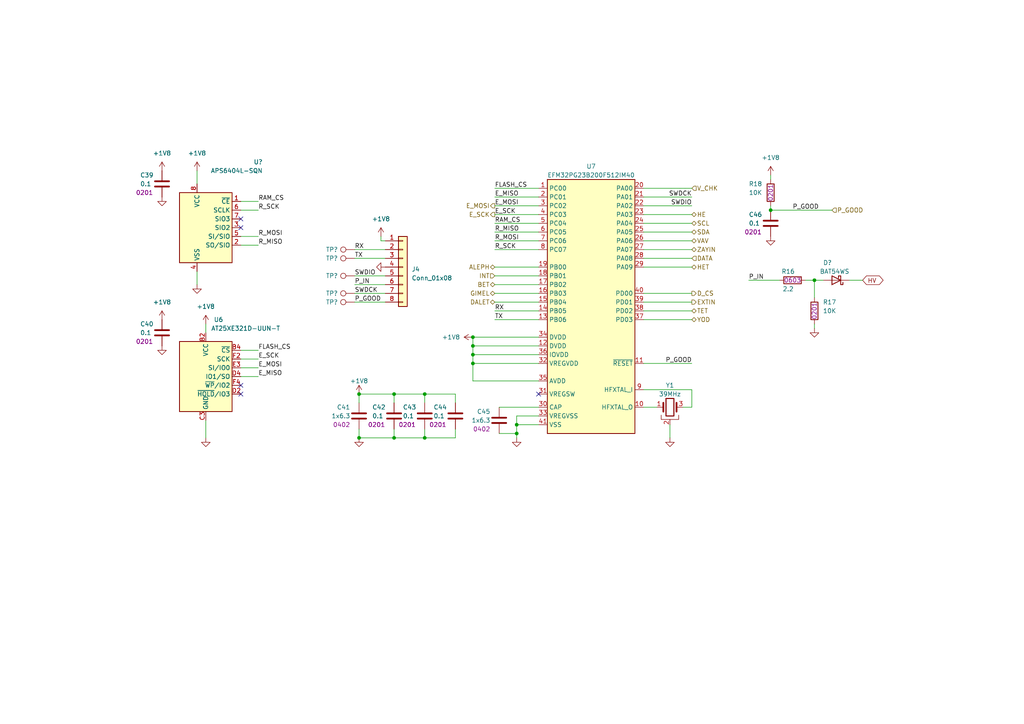
<source format=kicad_sch>
(kicad_sch
	(version 20231120)
	(generator "eeschema")
	(generator_version "8.0")
	(uuid "3d0783e3-972a-401f-82fe-57ffa7cefd07")
	(paper "A4")
	(lib_symbols
		(symbol "Connector:TestPoint"
			(pin_numbers hide)
			(pin_names
				(offset 0.762) hide)
			(exclude_from_sim no)
			(in_bom yes)
			(on_board yes)
			(property "Reference" "TP"
				(at 0 6.858 0)
				(effects
					(font
						(size 1.27 1.27)
					)
				)
			)
			(property "Value" "TestPoint"
				(at 0 5.08 0)
				(effects
					(font
						(size 1.27 1.27)
					)
				)
			)
			(property "Footprint" ""
				(at 5.08 0 0)
				(effects
					(font
						(size 1.27 1.27)
					)
					(hide yes)
				)
			)
			(property "Datasheet" "~"
				(at 5.08 0 0)
				(effects
					(font
						(size 1.27 1.27)
					)
					(hide yes)
				)
			)
			(property "Description" "test point"
				(at 0 0 0)
				(effects
					(font
						(size 1.27 1.27)
					)
					(hide yes)
				)
			)
			(property "ki_keywords" "test point tp"
				(at 0 0 0)
				(effects
					(font
						(size 1.27 1.27)
					)
					(hide yes)
				)
			)
			(property "ki_fp_filters" "Pin* Test*"
				(at 0 0 0)
				(effects
					(font
						(size 1.27 1.27)
					)
					(hide yes)
				)
			)
			(symbol "TestPoint_0_1"
				(circle
					(center 0 3.302)
					(radius 0.762)
					(stroke
						(width 0)
						(type default)
					)
					(fill
						(type none)
					)
				)
			)
			(symbol "TestPoint_1_1"
				(pin passive line
					(at 0 0 90)
					(length 2.54)
					(name "1"
						(effects
							(font
								(size 1.27 1.27)
							)
						)
					)
					(number "1"
						(effects
							(font
								(size 1.27 1.27)
							)
						)
					)
				)
			)
		)
		(symbol "Connector_Generic:Conn_01x08"
			(pin_names
				(offset 1.016) hide)
			(exclude_from_sim no)
			(in_bom yes)
			(on_board yes)
			(property "Reference" "J"
				(at 0 10.16 0)
				(effects
					(font
						(size 1.27 1.27)
					)
				)
			)
			(property "Value" "Conn_01x08"
				(at 0 -12.7 0)
				(effects
					(font
						(size 1.27 1.27)
					)
				)
			)
			(property "Footprint" ""
				(at 0 0 0)
				(effects
					(font
						(size 1.27 1.27)
					)
					(hide yes)
				)
			)
			(property "Datasheet" "~"
				(at 0 0 0)
				(effects
					(font
						(size 1.27 1.27)
					)
					(hide yes)
				)
			)
			(property "Description" "Generic connector, single row, 01x08, script generated (kicad-library-utils/schlib/autogen/connector/)"
				(at 0 0 0)
				(effects
					(font
						(size 1.27 1.27)
					)
					(hide yes)
				)
			)
			(property "ki_keywords" "connector"
				(at 0 0 0)
				(effects
					(font
						(size 1.27 1.27)
					)
					(hide yes)
				)
			)
			(property "ki_fp_filters" "Connector*:*_1x??_*"
				(at 0 0 0)
				(effects
					(font
						(size 1.27 1.27)
					)
					(hide yes)
				)
			)
			(symbol "Conn_01x08_1_1"
				(rectangle
					(start -1.27 -10.033)
					(end 0 -10.287)
					(stroke
						(width 0.1524)
						(type default)
					)
					(fill
						(type none)
					)
				)
				(rectangle
					(start -1.27 -7.493)
					(end 0 -7.747)
					(stroke
						(width 0.1524)
						(type default)
					)
					(fill
						(type none)
					)
				)
				(rectangle
					(start -1.27 -4.953)
					(end 0 -5.207)
					(stroke
						(width 0.1524)
						(type default)
					)
					(fill
						(type none)
					)
				)
				(rectangle
					(start -1.27 -2.413)
					(end 0 -2.667)
					(stroke
						(width 0.1524)
						(type default)
					)
					(fill
						(type none)
					)
				)
				(rectangle
					(start -1.27 0.127)
					(end 0 -0.127)
					(stroke
						(width 0.1524)
						(type default)
					)
					(fill
						(type none)
					)
				)
				(rectangle
					(start -1.27 2.667)
					(end 0 2.413)
					(stroke
						(width 0.1524)
						(type default)
					)
					(fill
						(type none)
					)
				)
				(rectangle
					(start -1.27 5.207)
					(end 0 4.953)
					(stroke
						(width 0.1524)
						(type default)
					)
					(fill
						(type none)
					)
				)
				(rectangle
					(start -1.27 7.747)
					(end 0 7.493)
					(stroke
						(width 0.1524)
						(type default)
					)
					(fill
						(type none)
					)
				)
				(rectangle
					(start -1.27 8.89)
					(end 1.27 -11.43)
					(stroke
						(width 0.254)
						(type default)
					)
					(fill
						(type background)
					)
				)
				(pin passive line
					(at -5.08 7.62 0)
					(length 3.81)
					(name "Pin_1"
						(effects
							(font
								(size 1.27 1.27)
							)
						)
					)
					(number "1"
						(effects
							(font
								(size 1.27 1.27)
							)
						)
					)
				)
				(pin passive line
					(at -5.08 5.08 0)
					(length 3.81)
					(name "Pin_2"
						(effects
							(font
								(size 1.27 1.27)
							)
						)
					)
					(number "2"
						(effects
							(font
								(size 1.27 1.27)
							)
						)
					)
				)
				(pin passive line
					(at -5.08 2.54 0)
					(length 3.81)
					(name "Pin_3"
						(effects
							(font
								(size 1.27 1.27)
							)
						)
					)
					(number "3"
						(effects
							(font
								(size 1.27 1.27)
							)
						)
					)
				)
				(pin passive line
					(at -5.08 0 0)
					(length 3.81)
					(name "Pin_4"
						(effects
							(font
								(size 1.27 1.27)
							)
						)
					)
					(number "4"
						(effects
							(font
								(size 1.27 1.27)
							)
						)
					)
				)
				(pin passive line
					(at -5.08 -2.54 0)
					(length 3.81)
					(name "Pin_5"
						(effects
							(font
								(size 1.27 1.27)
							)
						)
					)
					(number "5"
						(effects
							(font
								(size 1.27 1.27)
							)
						)
					)
				)
				(pin passive line
					(at -5.08 -5.08 0)
					(length 3.81)
					(name "Pin_6"
						(effects
							(font
								(size 1.27 1.27)
							)
						)
					)
					(number "6"
						(effects
							(font
								(size 1.27 1.27)
							)
						)
					)
				)
				(pin passive line
					(at -5.08 -7.62 0)
					(length 3.81)
					(name "Pin_7"
						(effects
							(font
								(size 1.27 1.27)
							)
						)
					)
					(number "7"
						(effects
							(font
								(size 1.27 1.27)
							)
						)
					)
				)
				(pin passive line
					(at -5.08 -10.16 0)
					(length 3.81)
					(name "Pin_8"
						(effects
							(font
								(size 1.27 1.27)
							)
						)
					)
					(number "8"
						(effects
							(font
								(size 1.27 1.27)
							)
						)
					)
				)
			)
		)
		(symbol "Device:C"
			(pin_numbers hide)
			(pin_names
				(offset 0.254)
			)
			(exclude_from_sim no)
			(in_bom yes)
			(on_board yes)
			(property "Reference" "C"
				(at 0.635 2.54 0)
				(effects
					(font
						(size 1.27 1.27)
					)
					(justify left)
				)
			)
			(property "Value" "C"
				(at 0.635 -2.54 0)
				(effects
					(font
						(size 1.27 1.27)
					)
					(justify left)
				)
			)
			(property "Footprint" ""
				(at 0.9652 -3.81 0)
				(effects
					(font
						(size 1.27 1.27)
					)
					(hide yes)
				)
			)
			(property "Datasheet" "~"
				(at 0 0 0)
				(effects
					(font
						(size 1.27 1.27)
					)
					(hide yes)
				)
			)
			(property "Description" "Unpolarized capacitor"
				(at 0 0 0)
				(effects
					(font
						(size 1.27 1.27)
					)
					(hide yes)
				)
			)
			(property "ki_keywords" "cap capacitor"
				(at 0 0 0)
				(effects
					(font
						(size 1.27 1.27)
					)
					(hide yes)
				)
			)
			(property "ki_fp_filters" "C_*"
				(at 0 0 0)
				(effects
					(font
						(size 1.27 1.27)
					)
					(hide yes)
				)
			)
			(symbol "C_0_1"
				(polyline
					(pts
						(xy -2.032 -0.762) (xy 2.032 -0.762)
					)
					(stroke
						(width 0.508)
						(type default)
					)
					(fill
						(type none)
					)
				)
				(polyline
					(pts
						(xy -2.032 0.762) (xy 2.032 0.762)
					)
					(stroke
						(width 0.508)
						(type default)
					)
					(fill
						(type none)
					)
				)
			)
			(symbol "C_1_1"
				(pin passive line
					(at 0 3.81 270)
					(length 2.794)
					(name "~"
						(effects
							(font
								(size 1.27 1.27)
							)
						)
					)
					(number "1"
						(effects
							(font
								(size 1.27 1.27)
							)
						)
					)
				)
				(pin passive line
					(at 0 -3.81 90)
					(length 2.794)
					(name "~"
						(effects
							(font
								(size 1.27 1.27)
							)
						)
					)
					(number "2"
						(effects
							(font
								(size 1.27 1.27)
							)
						)
					)
				)
			)
		)
		(symbol "Device:Crystal_GND2"
			(pin_names
				(offset 1.016) hide)
			(exclude_from_sim no)
			(in_bom yes)
			(on_board yes)
			(property "Reference" "Y"
				(at 0 5.715 0)
				(effects
					(font
						(size 1.27 1.27)
					)
				)
			)
			(property "Value" "Crystal_GND2"
				(at 0 3.81 0)
				(effects
					(font
						(size 1.27 1.27)
					)
				)
			)
			(property "Footprint" ""
				(at 0 0 0)
				(effects
					(font
						(size 1.27 1.27)
					)
					(hide yes)
				)
			)
			(property "Datasheet" "~"
				(at 0 0 0)
				(effects
					(font
						(size 1.27 1.27)
					)
					(hide yes)
				)
			)
			(property "Description" "Three pin crystal, GND on pin 2"
				(at 0 0 0)
				(effects
					(font
						(size 1.27 1.27)
					)
					(hide yes)
				)
			)
			(property "ki_keywords" "quartz ceramic resonator oscillator"
				(at 0 0 0)
				(effects
					(font
						(size 1.27 1.27)
					)
					(hide yes)
				)
			)
			(property "ki_fp_filters" "Crystal*"
				(at 0 0 0)
				(effects
					(font
						(size 1.27 1.27)
					)
					(hide yes)
				)
			)
			(symbol "Crystal_GND2_0_1"
				(rectangle
					(start -1.143 2.54)
					(end 1.143 -2.54)
					(stroke
						(width 0.3048)
						(type default)
					)
					(fill
						(type none)
					)
				)
				(polyline
					(pts
						(xy -2.54 0) (xy -1.905 0)
					)
					(stroke
						(width 0)
						(type default)
					)
					(fill
						(type none)
					)
				)
				(polyline
					(pts
						(xy -1.905 -1.27) (xy -1.905 1.27)
					)
					(stroke
						(width 0.508)
						(type default)
					)
					(fill
						(type none)
					)
				)
				(polyline
					(pts
						(xy 0 -3.81) (xy 0 -3.556)
					)
					(stroke
						(width 0)
						(type default)
					)
					(fill
						(type none)
					)
				)
				(polyline
					(pts
						(xy 1.905 0) (xy 2.54 0)
					)
					(stroke
						(width 0)
						(type default)
					)
					(fill
						(type none)
					)
				)
				(polyline
					(pts
						(xy 1.905 1.27) (xy 1.905 -1.27)
					)
					(stroke
						(width 0.508)
						(type default)
					)
					(fill
						(type none)
					)
				)
				(polyline
					(pts
						(xy -2.54 -2.286) (xy -2.54 -3.556) (xy 2.54 -3.556) (xy 2.54 -2.286)
					)
					(stroke
						(width 0)
						(type default)
					)
					(fill
						(type none)
					)
				)
			)
			(symbol "Crystal_GND2_1_1"
				(pin passive line
					(at -3.81 0 0)
					(length 1.27)
					(name "1"
						(effects
							(font
								(size 1.27 1.27)
							)
						)
					)
					(number "1"
						(effects
							(font
								(size 1.27 1.27)
							)
						)
					)
				)
				(pin passive line
					(at 0 -5.08 90)
					(length 1.27)
					(name "2"
						(effects
							(font
								(size 1.27 1.27)
							)
						)
					)
					(number "2"
						(effects
							(font
								(size 1.27 1.27)
							)
						)
					)
				)
				(pin passive line
					(at 3.81 0 180)
					(length 1.27)
					(name "3"
						(effects
							(font
								(size 1.27 1.27)
							)
						)
					)
					(number "3"
						(effects
							(font
								(size 1.27 1.27)
							)
						)
					)
				)
			)
		)
		(symbol "Device:D_Schottky"
			(pin_numbers hide)
			(pin_names
				(offset 1.016) hide)
			(exclude_from_sim no)
			(in_bom yes)
			(on_board yes)
			(property "Reference" "D"
				(at 0 2.54 0)
				(effects
					(font
						(size 1.27 1.27)
					)
				)
			)
			(property "Value" "D_Schottky"
				(at 0 -2.54 0)
				(effects
					(font
						(size 1.27 1.27)
					)
				)
			)
			(property "Footprint" ""
				(at 0 0 0)
				(effects
					(font
						(size 1.27 1.27)
					)
					(hide yes)
				)
			)
			(property "Datasheet" "~"
				(at 0 0 0)
				(effects
					(font
						(size 1.27 1.27)
					)
					(hide yes)
				)
			)
			(property "Description" "Schottky diode"
				(at 0 0 0)
				(effects
					(font
						(size 1.27 1.27)
					)
					(hide yes)
				)
			)
			(property "ki_keywords" "diode Schottky"
				(at 0 0 0)
				(effects
					(font
						(size 1.27 1.27)
					)
					(hide yes)
				)
			)
			(property "ki_fp_filters" "TO-???* *_Diode_* *SingleDiode* D_*"
				(at 0 0 0)
				(effects
					(font
						(size 1.27 1.27)
					)
					(hide yes)
				)
			)
			(symbol "D_Schottky_0_1"
				(polyline
					(pts
						(xy 1.27 0) (xy -1.27 0)
					)
					(stroke
						(width 0)
						(type default)
					)
					(fill
						(type none)
					)
				)
				(polyline
					(pts
						(xy 1.27 1.27) (xy 1.27 -1.27) (xy -1.27 0) (xy 1.27 1.27)
					)
					(stroke
						(width 0.254)
						(type default)
					)
					(fill
						(type none)
					)
				)
				(polyline
					(pts
						(xy -1.905 0.635) (xy -1.905 1.27) (xy -1.27 1.27) (xy -1.27 -1.27) (xy -0.635 -1.27) (xy -0.635 -0.635)
					)
					(stroke
						(width 0.254)
						(type default)
					)
					(fill
						(type none)
					)
				)
			)
			(symbol "D_Schottky_1_1"
				(pin passive line
					(at -3.81 0 0)
					(length 2.54)
					(name "K"
						(effects
							(font
								(size 1.27 1.27)
							)
						)
					)
					(number "1"
						(effects
							(font
								(size 1.27 1.27)
							)
						)
					)
				)
				(pin passive line
					(at 3.81 0 180)
					(length 2.54)
					(name "A"
						(effects
							(font
								(size 1.27 1.27)
							)
						)
					)
					(number "2"
						(effects
							(font
								(size 1.27 1.27)
							)
						)
					)
				)
			)
		)
		(symbol "Device:R"
			(pin_numbers hide)
			(pin_names
				(offset 0)
			)
			(exclude_from_sim no)
			(in_bom yes)
			(on_board yes)
			(property "Reference" "R"
				(at 2.032 0 90)
				(effects
					(font
						(size 1.27 1.27)
					)
				)
			)
			(property "Value" "R"
				(at 0 0 90)
				(effects
					(font
						(size 1.27 1.27)
					)
				)
			)
			(property "Footprint" ""
				(at -1.778 0 90)
				(effects
					(font
						(size 1.27 1.27)
					)
					(hide yes)
				)
			)
			(property "Datasheet" "~"
				(at 0 0 0)
				(effects
					(font
						(size 1.27 1.27)
					)
					(hide yes)
				)
			)
			(property "Description" "Resistor"
				(at 0 0 0)
				(effects
					(font
						(size 1.27 1.27)
					)
					(hide yes)
				)
			)
			(property "ki_keywords" "R res resistor"
				(at 0 0 0)
				(effects
					(font
						(size 1.27 1.27)
					)
					(hide yes)
				)
			)
			(property "ki_fp_filters" "R_*"
				(at 0 0 0)
				(effects
					(font
						(size 1.27 1.27)
					)
					(hide yes)
				)
			)
			(symbol "R_0_1"
				(rectangle
					(start -1.016 -2.54)
					(end 1.016 2.54)
					(stroke
						(width 0.254)
						(type default)
					)
					(fill
						(type none)
					)
				)
			)
			(symbol "R_1_1"
				(pin passive line
					(at 0 3.81 270)
					(length 1.27)
					(name "~"
						(effects
							(font
								(size 1.27 1.27)
							)
						)
					)
					(number "1"
						(effects
							(font
								(size 1.27 1.27)
							)
						)
					)
				)
				(pin passive line
					(at 0 -3.81 90)
					(length 1.27)
					(name "~"
						(effects
							(font
								(size 1.27 1.27)
							)
						)
					)
					(number "2"
						(effects
							(font
								(size 1.27 1.27)
							)
						)
					)
				)
			)
		)
		(symbol "Memory_RAM:ESP-PSRAM32"
			(exclude_from_sim no)
			(in_bom yes)
			(on_board yes)
			(property "Reference" "U"
				(at 3.81 11.43 0)
				(effects
					(font
						(size 1.27 1.27)
					)
				)
			)
			(property "Value" "ESP-PSRAM32"
				(at -1.27 -11.43 0)
				(effects
					(font
						(size 1.27 1.27)
					)
					(justify left)
				)
			)
			(property "Footprint" "Package_SO:SOIC-8_3.9x4.9mm_P1.27mm"
				(at 0 -15.24 0)
				(effects
					(font
						(size 1.27 1.27)
					)
					(hide yes)
				)
			)
			(property "Datasheet" "https://www.espressif.com/sites/default/files/documentation/esp-psram32_datasheet_en.pdf"
				(at -10.16 12.7 0)
				(effects
					(font
						(size 1.27 1.27)
					)
					(hide yes)
				)
			)
			(property "Description" "32 Mbit serial pseudo SRAM device organized as 4Mx8 bits, 1.8 VCC, SOIC8 (SOP8)"
				(at 0 0 0)
				(effects
					(font
						(size 1.27 1.27)
					)
					(hide yes)
				)
			)
			(property "ki_keywords" "32 Mbit serial pseudo SRAM MEMORY"
				(at 0 0 0)
				(effects
					(font
						(size 1.27 1.27)
					)
					(hide yes)
				)
			)
			(property "ki_fp_filters" "SOIC*3.9x4.9mm?P1.27mm*"
				(at 0 0 0)
				(effects
					(font
						(size 1.27 1.27)
					)
					(hide yes)
				)
			)
			(symbol "ESP-PSRAM32_0_1"
				(rectangle
					(start -7.62 10.16)
					(end 7.62 -10.16)
					(stroke
						(width 0.254)
						(type default)
					)
					(fill
						(type background)
					)
				)
			)
			(symbol "ESP-PSRAM32_1_1"
				(pin input line
					(at 10.16 7.62 180)
					(length 2.54)
					(name "~{CE}"
						(effects
							(font
								(size 1.27 1.27)
							)
						)
					)
					(number "1"
						(effects
							(font
								(size 1.27 1.27)
							)
						)
					)
				)
				(pin output line
					(at 10.16 -5.08 180)
					(length 2.54)
					(name "SO/SIO"
						(effects
							(font
								(size 1.27 1.27)
							)
						)
					)
					(number "2"
						(effects
							(font
								(size 1.27 1.27)
							)
						)
					)
				)
				(pin bidirectional line
					(at 10.16 0 180)
					(length 2.54)
					(name "SIO2"
						(effects
							(font
								(size 1.27 1.27)
							)
						)
					)
					(number "3"
						(effects
							(font
								(size 1.27 1.27)
							)
						)
					)
				)
				(pin power_in line
					(at -2.54 -12.7 90)
					(length 2.54)
					(name "VSS"
						(effects
							(font
								(size 1.27 1.27)
							)
						)
					)
					(number "4"
						(effects
							(font
								(size 1.27 1.27)
							)
						)
					)
				)
				(pin input line
					(at 10.16 -2.54 180)
					(length 2.54)
					(name "SI/SIO"
						(effects
							(font
								(size 1.27 1.27)
							)
						)
					)
					(number "5"
						(effects
							(font
								(size 1.27 1.27)
							)
						)
					)
				)
				(pin output line
					(at 10.16 5.08 180)
					(length 2.54)
					(name "SCLK"
						(effects
							(font
								(size 1.27 1.27)
							)
						)
					)
					(number "6"
						(effects
							(font
								(size 1.27 1.27)
							)
						)
					)
				)
				(pin bidirectional line
					(at 10.16 2.54 180)
					(length 2.54)
					(name "SIO3"
						(effects
							(font
								(size 1.27 1.27)
							)
						)
					)
					(number "7"
						(effects
							(font
								(size 1.27 1.27)
							)
						)
					)
				)
				(pin power_in line
					(at -2.54 12.7 270)
					(length 2.54)
					(name "VCC"
						(effects
							(font
								(size 1.27 1.27)
							)
						)
					)
					(number "8"
						(effects
							(font
								(size 1.27 1.27)
							)
						)
					)
				)
			)
		)
		(symbol "MyLib:AT25SL321-U"
			(exclude_from_sim no)
			(in_bom yes)
			(on_board yes)
			(property "Reference" "U"
				(at -5.08 11.43 0)
				(effects
					(font
						(size 1.27 1.27)
					)
				)
			)
			(property "Value" "AT25XE321D-UUN-T"
				(at 13.97 11.43 0)
				(effects
					(font
						(size 1.27 1.27)
					)
				)
			)
			(property "Footprint" "MyLib:WLCSP 12-ball 3 x 2 x 3 Array"
				(at 1.27 -22.86 0)
				(effects
					(font
						(size 1.27 1.27)
					)
					(hide yes)
				)
			)
			(property "Datasheet" "https://www.mouser.fi/datasheet/2/698/REN_DS_AT25XE321D_160M_072022_DST_20220727_1-3075861.pdf"
				(at 6.35 -19.05 0)
				(effects
					(font
						(size 1.27 1.27)
					)
					(hide yes)
				)
			)
			(property "Description" "32-Mbit, 1.7V 2.5V Minimum SPI Serial Flash Memory with Dual-I/O and Quad-I/O Support, WLCSP-12"
				(at 0 0 0)
				(effects
					(font
						(size 1.27 1.27)
					)
					(hide yes)
				)
			)
			(property "ki_keywords" "SPI DSPI QSPI 32Mbit 1.7V"
				(at 0 0 0)
				(effects
					(font
						(size 1.27 1.27)
					)
					(hide yes)
				)
			)
			(property "ki_fp_filters" "WLCSP*1.551x2.284mm*P0.5mm*"
				(at 0 0 0)
				(effects
					(font
						(size 1.27 1.27)
					)
					(hide yes)
				)
			)
			(symbol "AT25SL321-U_0_1"
				(rectangle
					(start -7.62 10.16)
					(end 7.62 -10.16)
					(stroke
						(width 0.254)
						(type default)
					)
					(fill
						(type background)
					)
				)
			)
			(symbol "AT25SL321-U_1_1"
				(pin power_in line
					(at 0 12.7 270)
					(length 2.54)
					(name "VCC"
						(effects
							(font
								(size 1.27 1.27)
							)
						)
					)
					(number "B2"
						(effects
							(font
								(size 1.27 1.27)
							)
						)
					)
				)
				(pin input line
					(at -10.16 7.62 0)
					(length 2.54)
					(name "~{CS}"
						(effects
							(font
								(size 1.27 1.27)
							)
						)
					)
					(number "B4"
						(effects
							(font
								(size 1.27 1.27)
							)
						)
					)
				)
				(pin power_in line
					(at 0 -12.7 90)
					(length 2.54)
					(name "GND"
						(effects
							(font
								(size 1.27 1.27)
							)
						)
					)
					(number "C3"
						(effects
							(font
								(size 1.27 1.27)
							)
						)
					)
				)
				(pin bidirectional line
					(at -10.16 -5.08 0)
					(length 2.54)
					(name "~{HOLD}/IO3"
						(effects
							(font
								(size 1.27 1.27)
							)
						)
					)
					(number "D2"
						(effects
							(font
								(size 1.27 1.27)
							)
						)
					)
				)
				(pin bidirectional line
					(at -10.16 0 0)
					(length 2.54)
					(name "IO1/SO"
						(effects
							(font
								(size 1.27 1.27)
							)
						)
					)
					(number "D4"
						(effects
							(font
								(size 1.27 1.27)
							)
						)
					)
				)
				(pin bidirectional line
					(at -10.16 2.54 0)
					(length 2.54)
					(name "SI/IO0"
						(effects
							(font
								(size 1.27 1.27)
							)
						)
					)
					(number "E3"
						(effects
							(font
								(size 1.27 1.27)
							)
						)
					)
				)
				(pin input line
					(at -10.16 5.08 0)
					(length 2.54)
					(name "SCK"
						(effects
							(font
								(size 1.27 1.27)
							)
						)
					)
					(number "F2"
						(effects
							(font
								(size 1.27 1.27)
							)
						)
					)
				)
				(pin bidirectional line
					(at -10.16 -2.54 0)
					(length 2.54)
					(name "~{WP}/IO2"
						(effects
							(font
								(size 1.27 1.27)
							)
						)
					)
					(number "F4"
						(effects
							(font
								(size 1.27 1.27)
							)
						)
					)
				)
			)
		)
		(symbol "MyLib:EFM32PG23B200F512IM40"
			(exclude_from_sim no)
			(in_bom yes)
			(on_board yes)
			(property "Reference" "U"
				(at 25.4 5.08 0)
				(effects
					(font
						(size 1.27 1.27)
					)
				)
			)
			(property "Value" "EFM32PG23B200F512IM40"
				(at 35.56 2.54 0)
				(effects
					(font
						(size 1.27 1.27)
					)
				)
			)
			(property "Footprint" "MyLib:QFN-40_EP_5x5_Pitch0.4mm"
				(at 0 5.08 0)
				(effects
					(font
						(size 1.27 1.27)
					)
					(hide yes)
				)
			)
			(property "Datasheet" ""
				(at 0 5.08 0)
				(effects
					(font
						(size 1.27 1.27)
					)
					(hide yes)
				)
			)
			(property "Description" "MCU EFM32 PG23 32-bit MCU, 32-bit ARM Cortex -M33 core, QFN40, Extended Secure Boot w/ RTSL, 512kB, 64kB(RAM), 29GPIO "
				(at 0 0 0)
				(effects
					(font
						(size 1.27 1.27)
					)
					(hide yes)
				)
			)
			(property "ki_keywords" "EFM32"
				(at 0 0 0)
				(effects
					(font
						(size 1.27 1.27)
					)
					(hide yes)
				)
			)
			(symbol "EFM32PG23B200F512IM40_0_1"
				(rectangle
					(start 22.86 0)
					(end 48.26 -73.66)
					(stroke
						(width 0.254)
						(type default)
					)
					(fill
						(type background)
					)
				)
			)
			(symbol "EFM32PG23B200F512IM40_1_0"
				(pin bidirectional line
					(at 50.8 -25.4 180)
					(length 2.54)
					(name "PA09"
						(effects
							(font
								(size 1.27 1.27)
							)
						)
					)
					(number "29"
						(effects
							(font
								(size 1.27 1.27)
							)
						)
					)
				)
				(pin bidirectional line
					(at 20.32 -7.62 0)
					(length 2.54)
					(name "PC02"
						(effects
							(font
								(size 1.27 1.27)
							)
						)
					)
					(number "3"
						(effects
							(font
								(size 1.27 1.27)
							)
						)
					)
				)
			)
			(symbol "EFM32PG23B200F512IM40_1_1"
				(pin bidirectional line
					(at 20.32 -2.54 0)
					(length 2.54)
					(name "PC00"
						(effects
							(font
								(size 1.27 1.27)
							)
						)
					)
					(number "1"
						(effects
							(font
								(size 1.27 1.27)
							)
						)
					)
				)
				(pin bidirectional line
					(at 50.8 -66.04 180)
					(length 2.54)
					(name "HFXTAL_O"
						(effects
							(font
								(size 1.27 1.27)
							)
						)
					)
					(number "10"
						(effects
							(font
								(size 1.27 1.27)
							)
						)
					)
				)
				(pin input line
					(at 50.8 -53.34 180)
					(length 2.54)
					(name "~{RESET}"
						(effects
							(font
								(size 1.27 1.27)
							)
						)
					)
					(number "11"
						(effects
							(font
								(size 1.27 1.27)
							)
						)
					)
				)
				(pin power_in line
					(at 20.32 -48.26 0)
					(length 2.54)
					(name "DVDD"
						(effects
							(font
								(size 1.27 1.27)
							)
						)
					)
					(number "12"
						(effects
							(font
								(size 1.27 1.27)
							)
						)
					)
				)
				(pin bidirectional line
					(at 20.32 -40.64 0)
					(length 2.54)
					(name "PB06"
						(effects
							(font
								(size 1.27 1.27)
							)
						)
					)
					(number "13"
						(effects
							(font
								(size 1.27 1.27)
							)
						)
					)
				)
				(pin bidirectional line
					(at 20.32 -38.1 0)
					(length 2.54)
					(name "PB05"
						(effects
							(font
								(size 1.27 1.27)
							)
						)
					)
					(number "14"
						(effects
							(font
								(size 1.27 1.27)
							)
						)
					)
				)
				(pin bidirectional line
					(at 20.32 -35.56 0)
					(length 2.54)
					(name "PB04"
						(effects
							(font
								(size 1.27 1.27)
							)
						)
					)
					(number "15"
						(effects
							(font
								(size 1.27 1.27)
							)
						)
					)
				)
				(pin bidirectional line
					(at 20.32 -33.02 0)
					(length 2.54)
					(name "PB03"
						(effects
							(font
								(size 1.27 1.27)
							)
						)
					)
					(number "16"
						(effects
							(font
								(size 1.27 1.27)
							)
						)
					)
				)
				(pin bidirectional line
					(at 20.32 -30.48 0)
					(length 2.54)
					(name "PB02"
						(effects
							(font
								(size 1.27 1.27)
							)
						)
					)
					(number "17"
						(effects
							(font
								(size 1.27 1.27)
							)
						)
					)
				)
				(pin bidirectional line
					(at 20.32 -27.94 0)
					(length 2.54)
					(name "PB01"
						(effects
							(font
								(size 1.27 1.27)
							)
						)
					)
					(number "18"
						(effects
							(font
								(size 1.27 1.27)
							)
						)
					)
				)
				(pin bidirectional line
					(at 20.32 -25.4 0)
					(length 2.54)
					(name "PB00"
						(effects
							(font
								(size 1.27 1.27)
							)
						)
					)
					(number "19"
						(effects
							(font
								(size 1.27 1.27)
							)
						)
					)
				)
				(pin bidirectional line
					(at 20.32 -5.08 0)
					(length 2.54)
					(name "PC01"
						(effects
							(font
								(size 1.27 1.27)
							)
						)
					)
					(number "2"
						(effects
							(font
								(size 1.27 1.27)
							)
						)
					)
				)
				(pin bidirectional line
					(at 50.8 -2.54 180)
					(length 2.54)
					(name "PA00"
						(effects
							(font
								(size 1.27 1.27)
							)
						)
					)
					(number "20"
						(effects
							(font
								(size 1.27 1.27)
							)
						)
					)
				)
				(pin bidirectional line
					(at 50.8 -5.08 180)
					(length 2.54)
					(name "PA01"
						(effects
							(font
								(size 1.27 1.27)
							)
						)
					)
					(number "21"
						(effects
							(font
								(size 1.27 1.27)
							)
						)
					)
				)
				(pin bidirectional line
					(at 50.8 -7.62 180)
					(length 2.54)
					(name "PA02"
						(effects
							(font
								(size 1.27 1.27)
							)
						)
					)
					(number "22"
						(effects
							(font
								(size 1.27 1.27)
							)
						)
					)
				)
				(pin bidirectional line
					(at 50.8 -10.16 180)
					(length 2.54)
					(name "PA03"
						(effects
							(font
								(size 1.27 1.27)
							)
						)
					)
					(number "23"
						(effects
							(font
								(size 1.27 1.27)
							)
						)
					)
				)
				(pin bidirectional line
					(at 50.8 -12.7 180)
					(length 2.54)
					(name "PA04"
						(effects
							(font
								(size 1.27 1.27)
							)
						)
					)
					(number "24"
						(effects
							(font
								(size 1.27 1.27)
							)
						)
					)
				)
				(pin bidirectional line
					(at 50.8 -15.24 180)
					(length 2.54)
					(name "PA05"
						(effects
							(font
								(size 1.27 1.27)
							)
						)
					)
					(number "25"
						(effects
							(font
								(size 1.27 1.27)
							)
						)
					)
				)
				(pin bidirectional line
					(at 50.8 -17.78 180)
					(length 2.54)
					(name "PA06"
						(effects
							(font
								(size 1.27 1.27)
							)
						)
					)
					(number "26"
						(effects
							(font
								(size 1.27 1.27)
							)
						)
					)
				)
				(pin bidirectional line
					(at 50.8 -20.32 180)
					(length 2.54)
					(name "PA07"
						(effects
							(font
								(size 1.27 1.27)
							)
						)
					)
					(number "27"
						(effects
							(font
								(size 1.27 1.27)
							)
						)
					)
				)
				(pin bidirectional line
					(at 50.8 -22.86 180)
					(length 2.54)
					(name "PA08"
						(effects
							(font
								(size 1.27 1.27)
							)
						)
					)
					(number "28"
						(effects
							(font
								(size 1.27 1.27)
							)
						)
					)
				)
				(pin power_out line
					(at 20.32 -66.04 0)
					(length 2.54)
					(name "CAP"
						(effects
							(font
								(size 1.27 1.27)
							)
						)
					)
					(number "30"
						(effects
							(font
								(size 1.27 1.27)
							)
						)
					)
				)
				(pin power_in line
					(at 20.32 -62.23 0)
					(length 2.54)
					(name "VREGSW"
						(effects
							(font
								(size 1.27 1.27)
							)
						)
					)
					(number "31"
						(effects
							(font
								(size 1.27 1.27)
							)
						)
					)
				)
				(pin power_in line
					(at 20.32 -53.34 0)
					(length 2.54)
					(name "VREGVDD"
						(effects
							(font
								(size 1.27 1.27)
							)
						)
					)
					(number "32"
						(effects
							(font
								(size 1.27 1.27)
							)
						)
					)
				)
				(pin power_in line
					(at 20.32 -68.58 0)
					(length 2.54)
					(name "VREGVSS"
						(effects
							(font
								(size 1.27 1.27)
							)
						)
					)
					(number "33"
						(effects
							(font
								(size 1.27 1.27)
							)
						)
					)
				)
				(pin power_in line
					(at 20.32 -45.72 0)
					(length 2.54)
					(name "DVDD"
						(effects
							(font
								(size 1.27 1.27)
							)
						)
					)
					(number "34"
						(effects
							(font
								(size 1.27 1.27)
							)
						)
					)
				)
				(pin power_in line
					(at 20.32 -58.42 0)
					(length 2.54)
					(name "AVDD"
						(effects
							(font
								(size 1.27 1.27)
							)
						)
					)
					(number "35"
						(effects
							(font
								(size 1.27 1.27)
							)
						)
					)
				)
				(pin power_in line
					(at 20.32 -50.8 0)
					(length 2.54)
					(name "IOVDD"
						(effects
							(font
								(size 1.27 1.27)
							)
						)
					)
					(number "36"
						(effects
							(font
								(size 1.27 1.27)
							)
						)
					)
				)
				(pin bidirectional line
					(at 50.8 -40.64 180)
					(length 2.54)
					(name "PD03"
						(effects
							(font
								(size 1.27 1.27)
							)
						)
					)
					(number "37"
						(effects
							(font
								(size 1.27 1.27)
							)
						)
					)
				)
				(pin bidirectional line
					(at 50.8 -38.1 180)
					(length 2.54)
					(name "PD02"
						(effects
							(font
								(size 1.27 1.27)
							)
						)
					)
					(number "38"
						(effects
							(font
								(size 1.27 1.27)
							)
						)
					)
				)
				(pin bidirectional line
					(at 50.8 -35.56 180)
					(length 2.54)
					(name "PD01"
						(effects
							(font
								(size 1.27 1.27)
							)
						)
					)
					(number "39"
						(effects
							(font
								(size 1.27 1.27)
							)
						)
					)
				)
				(pin bidirectional line
					(at 20.32 -10.16 0)
					(length 2.54)
					(name "PC03"
						(effects
							(font
								(size 1.27 1.27)
							)
						)
					)
					(number "4"
						(effects
							(font
								(size 1.27 1.27)
							)
						)
					)
				)
				(pin bidirectional line
					(at 50.8 -33.02 180)
					(length 2.54)
					(name "PD00"
						(effects
							(font
								(size 1.27 1.27)
							)
						)
					)
					(number "40"
						(effects
							(font
								(size 1.27 1.27)
							)
						)
					)
				)
				(pin power_in line
					(at 20.32 -71.12 0)
					(length 2.54)
					(name "VSS"
						(effects
							(font
								(size 1.27 1.27)
							)
						)
					)
					(number "41"
						(effects
							(font
								(size 1.27 1.27)
							)
						)
					)
				)
				(pin bidirectional line
					(at 20.32 -12.7 0)
					(length 2.54)
					(name "PC04"
						(effects
							(font
								(size 1.27 1.27)
							)
						)
					)
					(number "5"
						(effects
							(font
								(size 1.27 1.27)
							)
						)
					)
				)
				(pin bidirectional line
					(at 20.32 -15.24 0)
					(length 2.54)
					(name "PC05"
						(effects
							(font
								(size 1.27 1.27)
							)
						)
					)
					(number "6"
						(effects
							(font
								(size 1.27 1.27)
							)
						)
					)
				)
				(pin bidirectional line
					(at 20.32 -17.78 0)
					(length 2.54)
					(name "PC06"
						(effects
							(font
								(size 1.27 1.27)
							)
						)
					)
					(number "7"
						(effects
							(font
								(size 1.27 1.27)
							)
						)
					)
				)
				(pin bidirectional line
					(at 20.32 -20.32 0)
					(length 2.54)
					(name "PC07"
						(effects
							(font
								(size 1.27 1.27)
							)
						)
					)
					(number "8"
						(effects
							(font
								(size 1.27 1.27)
							)
						)
					)
				)
				(pin bidirectional line
					(at 50.8 -60.96 180)
					(length 2.54)
					(name "HFXTAL_I"
						(effects
							(font
								(size 1.27 1.27)
							)
						)
					)
					(number "9"
						(effects
							(font
								(size 1.27 1.27)
							)
						)
					)
				)
			)
		)
		(symbol "power:+1V8"
			(power)
			(pin_names
				(offset 0)
			)
			(exclude_from_sim no)
			(in_bom yes)
			(on_board yes)
			(property "Reference" "#PWR"
				(at 0 -3.81 0)
				(effects
					(font
						(size 1.27 1.27)
					)
					(hide yes)
				)
			)
			(property "Value" "+1V8"
				(at 0 3.556 0)
				(effects
					(font
						(size 1.27 1.27)
					)
				)
			)
			(property "Footprint" ""
				(at 0 0 0)
				(effects
					(font
						(size 1.27 1.27)
					)
					(hide yes)
				)
			)
			(property "Datasheet" ""
				(at 0 0 0)
				(effects
					(font
						(size 1.27 1.27)
					)
					(hide yes)
				)
			)
			(property "Description" "Power symbol creates a global label with name \"+1V8\""
				(at 0 0 0)
				(effects
					(font
						(size 1.27 1.27)
					)
					(hide yes)
				)
			)
			(property "ki_keywords" "power-flag"
				(at 0 0 0)
				(effects
					(font
						(size 1.27 1.27)
					)
					(hide yes)
				)
			)
			(symbol "+1V8_0_1"
				(polyline
					(pts
						(xy -0.762 1.27) (xy 0 2.54)
					)
					(stroke
						(width 0)
						(type default)
					)
					(fill
						(type none)
					)
				)
				(polyline
					(pts
						(xy 0 0) (xy 0 2.54)
					)
					(stroke
						(width 0)
						(type default)
					)
					(fill
						(type none)
					)
				)
				(polyline
					(pts
						(xy 0 2.54) (xy 0.762 1.27)
					)
					(stroke
						(width 0)
						(type default)
					)
					(fill
						(type none)
					)
				)
			)
			(symbol "+1V8_1_1"
				(pin power_in line
					(at 0 0 90)
					(length 0) hide
					(name "+1V8"
						(effects
							(font
								(size 1.27 1.27)
							)
						)
					)
					(number "1"
						(effects
							(font
								(size 1.27 1.27)
							)
						)
					)
				)
			)
		)
		(symbol "power:GND"
			(power)
			(pin_names
				(offset 0)
			)
			(exclude_from_sim no)
			(in_bom yes)
			(on_board yes)
			(property "Reference" "#PWR"
				(at 0 -6.35 0)
				(effects
					(font
						(size 1.27 1.27)
					)
					(hide yes)
				)
			)
			(property "Value" "GND"
				(at 0 -3.81 0)
				(effects
					(font
						(size 1.27 1.27)
					)
				)
			)
			(property "Footprint" ""
				(at 0 0 0)
				(effects
					(font
						(size 1.27 1.27)
					)
					(hide yes)
				)
			)
			(property "Datasheet" ""
				(at 0 0 0)
				(effects
					(font
						(size 1.27 1.27)
					)
					(hide yes)
				)
			)
			(property "Description" "Power symbol creates a global label with name \"GND\" , ground"
				(at 0 0 0)
				(effects
					(font
						(size 1.27 1.27)
					)
					(hide yes)
				)
			)
			(property "ki_keywords" "power-flag"
				(at 0 0 0)
				(effects
					(font
						(size 1.27 1.27)
					)
					(hide yes)
				)
			)
			(symbol "GND_0_1"
				(polyline
					(pts
						(xy 0 0) (xy 0 -1.27) (xy 1.27 -1.27) (xy 0 -2.54) (xy -1.27 -1.27) (xy 0 -1.27)
					)
					(stroke
						(width 0)
						(type default)
					)
					(fill
						(type none)
					)
				)
			)
			(symbol "GND_1_1"
				(pin power_in line
					(at 0 0 270)
					(length 0) hide
					(name "GND"
						(effects
							(font
								(size 1.27 1.27)
							)
						)
					)
					(number "1"
						(effects
							(font
								(size 1.27 1.27)
							)
						)
					)
				)
			)
		)
	)
	(junction
		(at 114.3 127)
		(diameter 0)
		(color 0 0 0 0)
		(uuid "2341640c-5e5e-45c9-9a20-9a28b691704b")
	)
	(junction
		(at 236.22 81.28)
		(diameter 0)
		(color 0 0 0 0)
		(uuid "4ea640ee-0dc7-4fd4-ae6d-6204cf37691f")
	)
	(junction
		(at 104.14 114.3)
		(diameter 0)
		(color 0 0 0 0)
		(uuid "7b85e525-05a2-41f6-ac3f-4738b2da113e")
	)
	(junction
		(at 137.16 105.41)
		(diameter 0)
		(color 0 0 0 0)
		(uuid "8dfdd1f0-bb8c-4bc2-b258-20e7054bfd9a")
	)
	(junction
		(at 223.52 60.96)
		(diameter 0)
		(color 0 0 0 0)
		(uuid "958003e0-4884-41b7-b326-817c34632720")
	)
	(junction
		(at 137.16 100.33)
		(diameter 0)
		(color 0 0 0 0)
		(uuid "a0cf6827-72a9-44e9-890c-358ca2aab524")
	)
	(junction
		(at 123.19 127)
		(diameter 0)
		(color 0 0 0 0)
		(uuid "a708da6c-3a34-43a8-af36-926f61c757fe")
	)
	(junction
		(at 137.16 102.87)
		(diameter 0)
		(color 0 0 0 0)
		(uuid "b1a1a65d-a656-4811-a6d6-e0697955f8b3")
	)
	(junction
		(at 123.19 114.3)
		(diameter 0)
		(color 0 0 0 0)
		(uuid "b3dedd38-a2c6-4d4f-aa37-13512c1af61a")
	)
	(junction
		(at 149.86 123.19)
		(diameter 0)
		(color 0 0 0 0)
		(uuid "d5fce1a0-ea43-4045-90e2-2cbaf147c34d")
	)
	(junction
		(at 114.3 114.3)
		(diameter 0)
		(color 0 0 0 0)
		(uuid "e3077052-d118-47d8-8550-79292850a0c6")
	)
	(junction
		(at 137.16 97.79)
		(diameter 0)
		(color 0 0 0 0)
		(uuid "ed633263-1668-40b0-a2a0-de71066bb61c")
	)
	(junction
		(at 149.86 125.73)
		(diameter 0)
		(color 0 0 0 0)
		(uuid "f1392ebb-0865-4e7f-9c1c-b3ac726b92bd")
	)
	(junction
		(at 104.14 127)
		(diameter 0)
		(color 0 0 0 0)
		(uuid "f324b19b-adac-4abf-bdc5-0e788ea33357")
	)
	(no_connect
		(at 156.21 114.3)
		(uuid "1da24da9-b226-41ac-8de8-73715c1dff47")
	)
	(no_connect
		(at 69.85 114.3)
		(uuid "53117b57-d73b-4483-8989-87c879f9e033")
	)
	(no_connect
		(at 69.85 111.76)
		(uuid "956b830c-2c83-45ca-9ab1-560a79d8d1f3")
	)
	(no_connect
		(at 69.85 66.04)
		(uuid "e228724b-8f9a-45b2-99b6-778b67a8a3f7")
	)
	(no_connect
		(at 69.85 63.5)
		(uuid "ee85b6be-58ed-4b78-981e-a1ba47f6d497")
	)
	(wire
		(pts
			(xy 143.51 82.55) (xy 156.21 82.55)
		)
		(stroke
			(width 0)
			(type default)
		)
		(uuid "011b076b-076b-432b-b105-e9f31ef0cc56")
	)
	(wire
		(pts
			(xy 223.52 60.96) (xy 223.52 59.69)
		)
		(stroke
			(width 0)
			(type default)
		)
		(uuid "01b79571-cf1a-4636-9564-6982e4cb2117")
	)
	(wire
		(pts
			(xy 143.51 69.85) (xy 156.21 69.85)
		)
		(stroke
			(width 0)
			(type default)
		)
		(uuid "02af8693-f825-441d-b238-7eda9a08a47d")
	)
	(wire
		(pts
			(xy 110.49 68.58) (xy 110.49 69.85)
		)
		(stroke
			(width 0)
			(type default)
		)
		(uuid "046ebbbe-b476-4340-a3d3-172faf7fe58e")
	)
	(wire
		(pts
			(xy 132.08 114.3) (xy 123.19 114.3)
		)
		(stroke
			(width 0)
			(type default)
		)
		(uuid "0f6393cf-e83b-4179-aa23-c4aa5994855b")
	)
	(wire
		(pts
			(xy 200.66 113.03) (xy 200.66 118.11)
		)
		(stroke
			(width 0)
			(type default)
		)
		(uuid "12910285-b29f-4b50-aa98-96d411daee6a")
	)
	(wire
		(pts
			(xy 143.51 67.31) (xy 156.21 67.31)
		)
		(stroke
			(width 0)
			(type default)
		)
		(uuid "19cc1d3f-517d-4075-b86a-f10dbe307b90")
	)
	(wire
		(pts
			(xy 200.66 85.09) (xy 186.69 85.09)
		)
		(stroke
			(width 0)
			(type default)
		)
		(uuid "1a8cea7f-b022-4d04-8ccc-e9409831c7a7")
	)
	(wire
		(pts
			(xy 137.16 102.87) (xy 137.16 100.33)
		)
		(stroke
			(width 0)
			(type default)
		)
		(uuid "1ac353c2-0ee2-4eea-acc3-9de76b87525d")
	)
	(wire
		(pts
			(xy 123.19 116.84) (xy 123.19 114.3)
		)
		(stroke
			(width 0)
			(type default)
		)
		(uuid "1f27dbb5-e16f-4428-94df-c710b22b7abc")
	)
	(wire
		(pts
			(xy 69.85 106.68) (xy 74.93 106.68)
		)
		(stroke
			(width 0)
			(type default)
		)
		(uuid "25a81532-8f5d-4033-a0e4-d54590440781")
	)
	(wire
		(pts
			(xy 200.66 57.15) (xy 186.69 57.15)
		)
		(stroke
			(width 0)
			(type default)
		)
		(uuid "26508c7d-31ee-4a20-86fa-3e6dc4b61b68")
	)
	(wire
		(pts
			(xy 149.86 120.65) (xy 149.86 123.19)
		)
		(stroke
			(width 0)
			(type default)
		)
		(uuid "26dd8dfd-23b2-418e-b832-06b4403a875c")
	)
	(wire
		(pts
			(xy 102.87 72.39) (xy 111.76 72.39)
		)
		(stroke
			(width 0)
			(type default)
		)
		(uuid "28886893-593b-4b1b-bba1-cadf51e629f6")
	)
	(wire
		(pts
			(xy 223.52 52.07) (xy 223.52 50.8)
		)
		(stroke
			(width 0)
			(type default)
		)
		(uuid "2d68ee46-84b0-4491-a8fa-c673c7b93a88")
	)
	(wire
		(pts
			(xy 102.87 87.63) (xy 111.76 87.63)
		)
		(stroke
			(width 0)
			(type default)
		)
		(uuid "2ec0e5a3-8fdb-4a60-bc27-8f7a9cd17f16")
	)
	(wire
		(pts
			(xy 143.51 80.01) (xy 156.21 80.01)
		)
		(stroke
			(width 0)
			(type default)
		)
		(uuid "2f39ae36-a597-4246-8dec-c961b8b06307")
	)
	(wire
		(pts
			(xy 186.69 113.03) (xy 200.66 113.03)
		)
		(stroke
			(width 0)
			(type default)
		)
		(uuid "3105cbae-a08d-4fad-a2c4-8c693911f3dc")
	)
	(wire
		(pts
			(xy 143.51 57.15) (xy 156.21 57.15)
		)
		(stroke
			(width 0)
			(type default)
		)
		(uuid "328f37b9-dcc7-47c5-a0c2-6cd141bb8570")
	)
	(wire
		(pts
			(xy 223.52 60.96) (xy 241.3 60.96)
		)
		(stroke
			(width 0)
			(type default)
		)
		(uuid "34c43cfd-24a5-429d-bc6e-d7f0498499f3")
	)
	(wire
		(pts
			(xy 238.76 81.28) (xy 236.22 81.28)
		)
		(stroke
			(width 0)
			(type default)
		)
		(uuid "3bd2d639-659c-4c0e-8dd2-a2c8df1a66cb")
	)
	(wire
		(pts
			(xy 123.19 127) (xy 132.08 127)
		)
		(stroke
			(width 0)
			(type default)
		)
		(uuid "3e6f7549-2060-4bd2-8b2f-a81bc7d13636")
	)
	(wire
		(pts
			(xy 149.86 123.19) (xy 149.86 125.73)
		)
		(stroke
			(width 0)
			(type default)
		)
		(uuid "3ebe002c-74f3-4f71-b935-fd13e4e475f9")
	)
	(wire
		(pts
			(xy 132.08 127) (xy 132.08 124.46)
		)
		(stroke
			(width 0)
			(type default)
		)
		(uuid "3ed0d4ec-0d20-4080-a1b9-e83617195eda")
	)
	(wire
		(pts
			(xy 114.3 114.3) (xy 114.3 116.84)
		)
		(stroke
			(width 0)
			(type default)
		)
		(uuid "3fef5010-cd4b-4fd6-8ea5-6ea1900bde1d")
	)
	(wire
		(pts
			(xy 186.69 72.39) (xy 200.66 72.39)
		)
		(stroke
			(width 0)
			(type default)
		)
		(uuid "3ff7ea06-8560-47bb-be90-7897d966b395")
	)
	(wire
		(pts
			(xy 137.16 97.79) (xy 137.16 100.33)
		)
		(stroke
			(width 0)
			(type default)
		)
		(uuid "412b1c84-72db-4b03-9277-5e3673bd673e")
	)
	(wire
		(pts
			(xy 149.86 123.19) (xy 156.21 123.19)
		)
		(stroke
			(width 0)
			(type default)
		)
		(uuid "428b4e26-9fe1-40a8-bd77-f5a6f9288038")
	)
	(wire
		(pts
			(xy 143.51 77.47) (xy 156.21 77.47)
		)
		(stroke
			(width 0)
			(type default)
		)
		(uuid "4312042f-58c2-4926-9616-045752cc5c72")
	)
	(wire
		(pts
			(xy 137.16 102.87) (xy 137.16 105.41)
		)
		(stroke
			(width 0)
			(type default)
		)
		(uuid "484f4a4f-0de9-4286-b0c4-8c5c468d1d3f")
	)
	(wire
		(pts
			(xy 59.69 121.92) (xy 59.69 127)
		)
		(stroke
			(width 0)
			(type default)
		)
		(uuid "492f3f15-fd1c-4ae8-8e0b-fe6247005fc2")
	)
	(wire
		(pts
			(xy 144.78 118.11) (xy 156.21 118.11)
		)
		(stroke
			(width 0)
			(type default)
		)
		(uuid "4c4d4460-d421-4391-91d1-e3c42b3e3bfd")
	)
	(wire
		(pts
			(xy 236.22 93.98) (xy 236.22 95.25)
		)
		(stroke
			(width 0)
			(type default)
		)
		(uuid "4d0f6665-75a4-4c80-965c-7fe02e3921c3")
	)
	(wire
		(pts
			(xy 143.51 85.09) (xy 156.21 85.09)
		)
		(stroke
			(width 0)
			(type default)
		)
		(uuid "4f38506d-1041-4698-b29f-ee1a46c4d15d")
	)
	(wire
		(pts
			(xy 200.66 92.71) (xy 186.69 92.71)
		)
		(stroke
			(width 0)
			(type default)
		)
		(uuid "4fc88877-f9e0-4b86-9eb2-a848730d182a")
	)
	(wire
		(pts
			(xy 114.3 127) (xy 123.19 127)
		)
		(stroke
			(width 0)
			(type default)
		)
		(uuid "51f61123-e6d0-4c06-aea6-e3345a9e8826")
	)
	(wire
		(pts
			(xy 137.16 110.49) (xy 156.21 110.49)
		)
		(stroke
			(width 0)
			(type default)
		)
		(uuid "5548eed6-04ce-4df1-8c07-72ee6d25fba2")
	)
	(wire
		(pts
			(xy 143.51 87.63) (xy 156.21 87.63)
		)
		(stroke
			(width 0)
			(type default)
		)
		(uuid "5751eb92-57c0-4df4-b803-ebffc08c7f98")
	)
	(wire
		(pts
			(xy 200.66 59.69) (xy 186.69 59.69)
		)
		(stroke
			(width 0)
			(type default)
		)
		(uuid "5770c467-bc6a-47c1-947d-b5361b776c8b")
	)
	(wire
		(pts
			(xy 186.69 62.23) (xy 200.66 62.23)
		)
		(stroke
			(width 0)
			(type default)
		)
		(uuid "5aacf88a-9f81-41e5-9e0f-0dc146e1330b")
	)
	(wire
		(pts
			(xy 137.16 105.41) (xy 156.21 105.41)
		)
		(stroke
			(width 0)
			(type default)
		)
		(uuid "5e2827fb-0aa8-471e-b20b-3bfcc0974d3e")
	)
	(wire
		(pts
			(xy 200.66 90.17) (xy 186.69 90.17)
		)
		(stroke
			(width 0)
			(type default)
		)
		(uuid "5ef72002-1f85-4fd4-aa72-adf9568cf232")
	)
	(wire
		(pts
			(xy 102.87 80.01) (xy 111.76 80.01)
		)
		(stroke
			(width 0)
			(type default)
		)
		(uuid "6051bd60-b440-416e-a6c1-6c608422e7f1")
	)
	(wire
		(pts
			(xy 137.16 105.41) (xy 137.16 110.49)
		)
		(stroke
			(width 0)
			(type default)
		)
		(uuid "66e9bc21-adb0-4c46-8c01-b8f0aef2ba17")
	)
	(wire
		(pts
			(xy 186.69 69.85) (xy 200.66 69.85)
		)
		(stroke
			(width 0)
			(type default)
		)
		(uuid "69e17e23-abe9-4eb8-a85c-a2b84b39fe18")
	)
	(wire
		(pts
			(xy 123.19 114.3) (xy 114.3 114.3)
		)
		(stroke
			(width 0)
			(type default)
		)
		(uuid "6a3d2375-868d-4d72-940f-ea3e1e68f538")
	)
	(wire
		(pts
			(xy 123.19 124.46) (xy 123.19 127)
		)
		(stroke
			(width 0)
			(type default)
		)
		(uuid "6bd28091-23a9-48ad-9075-91c9ddd8eaa0")
	)
	(wire
		(pts
			(xy 156.21 120.65) (xy 149.86 120.65)
		)
		(stroke
			(width 0)
			(type default)
		)
		(uuid "6fb2c59e-ee8b-45e4-adcf-062a68209f15")
	)
	(wire
		(pts
			(xy 143.51 54.61) (xy 156.21 54.61)
		)
		(stroke
			(width 0)
			(type default)
		)
		(uuid "72b86588-fe37-4f29-aa41-15d184eb92e3")
	)
	(wire
		(pts
			(xy 143.51 64.77) (xy 156.21 64.77)
		)
		(stroke
			(width 0)
			(type default)
		)
		(uuid "76fb5aca-24d6-4201-91ff-df7a361f0f0a")
	)
	(wire
		(pts
			(xy 186.69 118.11) (xy 190.5 118.11)
		)
		(stroke
			(width 0)
			(type default)
		)
		(uuid "7722a82b-75e7-40b2-b959-bce0cec8e0b9")
	)
	(wire
		(pts
			(xy 200.66 67.31) (xy 186.69 67.31)
		)
		(stroke
			(width 0)
			(type default)
		)
		(uuid "7b2827c3-c2fa-4986-871a-7d6a87a9d910")
	)
	(wire
		(pts
			(xy 200.66 118.11) (xy 198.12 118.11)
		)
		(stroke
			(width 0)
			(type default)
		)
		(uuid "7edf3c4d-5cbf-4922-a787-8788214aac23")
	)
	(wire
		(pts
			(xy 102.87 82.55) (xy 111.76 82.55)
		)
		(stroke
			(width 0)
			(type default)
		)
		(uuid "8b872215-7199-4bbd-8fa3-a32de0818b5e")
	)
	(wire
		(pts
			(xy 102.87 85.09) (xy 111.76 85.09)
		)
		(stroke
			(width 0)
			(type default)
		)
		(uuid "8c1e7285-4681-4f2b-a140-a271ce8de67c")
	)
	(wire
		(pts
			(xy 200.66 87.63) (xy 186.69 87.63)
		)
		(stroke
			(width 0)
			(type default)
		)
		(uuid "8e9fbc59-512f-403e-be61-0d320dcf2f24")
	)
	(wire
		(pts
			(xy 104.14 127) (xy 114.3 127)
		)
		(stroke
			(width 0)
			(type default)
		)
		(uuid "93bfdb6b-1547-4563-a962-0b19f35c3152")
	)
	(wire
		(pts
			(xy 186.69 105.41) (xy 200.66 105.41)
		)
		(stroke
			(width 0)
			(type default)
		)
		(uuid "9afd064f-34a4-402d-9b1c-6d86322079b3")
	)
	(wire
		(pts
			(xy 104.14 124.46) (xy 104.14 127)
		)
		(stroke
			(width 0)
			(type default)
		)
		(uuid "9ccefe94-0397-40ad-bbee-ffbe2170b1de")
	)
	(wire
		(pts
			(xy 69.85 104.14) (xy 74.93 104.14)
		)
		(stroke
			(width 0)
			(type default)
		)
		(uuid "a22904fd-baf9-43a0-9075-9f7c20e9bd7f")
	)
	(wire
		(pts
			(xy 69.85 60.96) (xy 74.93 60.96)
		)
		(stroke
			(width 0)
			(type default)
		)
		(uuid "a3d28dd8-5825-458d-b197-553602382869")
	)
	(wire
		(pts
			(xy 69.85 68.58) (xy 74.93 68.58)
		)
		(stroke
			(width 0)
			(type default)
		)
		(uuid "a3e098b3-743b-4d03-a1c6-c2f656a5b224")
	)
	(wire
		(pts
			(xy 74.93 109.22) (xy 69.85 109.22)
		)
		(stroke
			(width 0)
			(type default)
		)
		(uuid "a4560bf9-a37f-45f9-b5c4-b0d2dfda32e3")
	)
	(wire
		(pts
			(xy 137.16 97.79) (xy 156.21 97.79)
		)
		(stroke
			(width 0)
			(type default)
		)
		(uuid "a4d09d0f-a155-4cae-bfb5-7ef2a9ffb1c8")
	)
	(wire
		(pts
			(xy 110.49 69.85) (xy 111.76 69.85)
		)
		(stroke
			(width 0)
			(type default)
		)
		(uuid "ac009a4e-e828-45a6-a5ce-2f7dcc600fa0")
	)
	(wire
		(pts
			(xy 194.31 127) (xy 194.31 123.19)
		)
		(stroke
			(width 0)
			(type default)
		)
		(uuid "b119a4b1-05bf-48ce-91a2-5452f1110174")
	)
	(wire
		(pts
			(xy 143.51 62.23) (xy 156.21 62.23)
		)
		(stroke
			(width 0)
			(type default)
		)
		(uuid "b11d7997-605d-4571-966c-a3e84f47c3e4")
	)
	(wire
		(pts
			(xy 102.87 74.93) (xy 111.76 74.93)
		)
		(stroke
			(width 0)
			(type default)
		)
		(uuid "b2d3870e-0ca9-4e8c-8768-b79673125ea5")
	)
	(wire
		(pts
			(xy 59.69 93.98) (xy 59.69 96.52)
		)
		(stroke
			(width 0)
			(type default)
		)
		(uuid "b49c5d14-2c5a-408b-bedb-49958ad91c38")
	)
	(wire
		(pts
			(xy 233.68 81.28) (xy 236.22 81.28)
		)
		(stroke
			(width 0)
			(type default)
		)
		(uuid "b5a12aea-dc3e-45f9-9952-d64730216745")
	)
	(wire
		(pts
			(xy 132.08 116.84) (xy 132.08 114.3)
		)
		(stroke
			(width 0)
			(type default)
		)
		(uuid "b820f625-f3aa-4df3-89c5-2d9c3d3049f3")
	)
	(wire
		(pts
			(xy 143.51 59.69) (xy 156.21 59.69)
		)
		(stroke
			(width 0)
			(type default)
		)
		(uuid "b9778460-1e47-463b-a96f-47268850c34c")
	)
	(wire
		(pts
			(xy 69.85 58.42) (xy 74.93 58.42)
		)
		(stroke
			(width 0)
			(type default)
		)
		(uuid "ba433cf7-a3b3-4b85-8466-3a23b1f92fdb")
	)
	(wire
		(pts
			(xy 200.66 54.61) (xy 186.69 54.61)
		)
		(stroke
			(width 0)
			(type default)
		)
		(uuid "bc3aaa6c-0712-48ef-97e0-1d19b7313e81")
	)
	(wire
		(pts
			(xy 74.93 71.12) (xy 69.85 71.12)
		)
		(stroke
			(width 0)
			(type default)
		)
		(uuid "c3d22a1b-b1b9-48c7-8561-ab27e8758f14")
	)
	(wire
		(pts
			(xy 69.85 101.6) (xy 74.93 101.6)
		)
		(stroke
			(width 0)
			(type default)
		)
		(uuid "c47db3ee-215e-4a3f-b362-43ef35f0147d")
	)
	(wire
		(pts
			(xy 57.15 49.53) (xy 57.15 53.34)
		)
		(stroke
			(width 0)
			(type default)
		)
		(uuid "c556980f-8172-4978-a15b-3e4b35776286")
	)
	(wire
		(pts
			(xy 217.17 81.28) (xy 226.06 81.28)
		)
		(stroke
			(width 0)
			(type default)
		)
		(uuid "c88d3117-7e14-414e-b708-04565eced90c")
	)
	(wire
		(pts
			(xy 137.16 100.33) (xy 156.21 100.33)
		)
		(stroke
			(width 0)
			(type default)
		)
		(uuid "ce434bf1-08cc-4c6b-817c-3aa3b2fd33ba")
	)
	(wire
		(pts
			(xy 104.14 114.3) (xy 114.3 114.3)
		)
		(stroke
			(width 0)
			(type default)
		)
		(uuid "ce5eaede-2b7e-4d67-b0aa-ba563937007e")
	)
	(wire
		(pts
			(xy 114.3 124.46) (xy 114.3 127)
		)
		(stroke
			(width 0)
			(type default)
		)
		(uuid "d1a010f6-7f28-496e-b497-bb5164e82926")
	)
	(wire
		(pts
			(xy 246.38 81.28) (xy 250.19 81.28)
		)
		(stroke
			(width 0)
			(type default)
		)
		(uuid "d26091c7-fe17-4ca2-a62e-39c4393bab54")
	)
	(wire
		(pts
			(xy 144.78 125.73) (xy 149.86 125.73)
		)
		(stroke
			(width 0)
			(type default)
		)
		(uuid "d3fe42f6-d48a-4c11-9371-53188c29a0bf")
	)
	(wire
		(pts
			(xy 143.51 90.17) (xy 156.21 90.17)
		)
		(stroke
			(width 0)
			(type default)
		)
		(uuid "d4200327-7f50-431a-9741-c539698c35ac")
	)
	(wire
		(pts
			(xy 143.51 92.71) (xy 156.21 92.71)
		)
		(stroke
			(width 0)
			(type default)
		)
		(uuid "d51444db-fabc-4f90-9d9a-dae98e4f01f5")
	)
	(wire
		(pts
			(xy 137.16 102.87) (xy 156.21 102.87)
		)
		(stroke
			(width 0)
			(type default)
		)
		(uuid "d60def64-e084-4711-9730-3b106e917b4d")
	)
	(wire
		(pts
			(xy 200.66 64.77) (xy 186.69 64.77)
		)
		(stroke
			(width 0)
			(type default)
		)
		(uuid "d63af577-0c41-4357-92b0-149652c75451")
	)
	(wire
		(pts
			(xy 186.69 74.93) (xy 200.66 74.93)
		)
		(stroke
			(width 0)
			(type default)
		)
		(uuid "d86eb224-89a6-486d-8404-3fd8d18d3e62")
	)
	(wire
		(pts
			(xy 149.86 125.73) (xy 149.86 127)
		)
		(stroke
			(width 0)
			(type default)
		)
		(uuid "dcb38be3-d946-4cd0-8d81-04b859da7363")
	)
	(wire
		(pts
			(xy 186.69 77.47) (xy 200.66 77.47)
		)
		(stroke
			(width 0)
			(type default)
		)
		(uuid "de750097-bfc7-4b4d-b64f-9835d87d9256")
	)
	(wire
		(pts
			(xy 236.22 86.36) (xy 236.22 81.28)
		)
		(stroke
			(width 0)
			(type default)
		)
		(uuid "e17c46a7-f80a-4e7a-a842-f4ca96146c2c")
	)
	(wire
		(pts
			(xy 143.51 72.39) (xy 156.21 72.39)
		)
		(stroke
			(width 0)
			(type default)
		)
		(uuid "ead5cb83-3773-44bb-91fe-96f2a486ab1e")
	)
	(wire
		(pts
			(xy 57.15 78.74) (xy 57.15 82.55)
		)
		(stroke
			(width 0)
			(type default)
		)
		(uuid "f010d43f-3914-4793-846a-2adcc018606f")
	)
	(wire
		(pts
			(xy 104.14 114.3) (xy 104.14 116.84)
		)
		(stroke
			(width 0)
			(type default)
		)
		(uuid "f60b0cf1-e1ab-4a59-aa26-331a17587970")
	)
	(label "RX"
		(at 102.87 72.39 0)
		(fields_autoplaced yes)
		(effects
			(font
				(size 1.27 1.27)
			)
			(justify left bottom)
		)
		(uuid "026ec715-1ecd-405e-a55f-cd31df6315dd")
	)
	(label "R_MISO"
		(at 143.51 67.31 0)
		(fields_autoplaced yes)
		(effects
			(font
				(size 1.27 1.27)
			)
			(justify left bottom)
		)
		(uuid "076531ce-17c4-47c7-a3ac-8fe001856e58")
	)
	(label "R_MISO"
		(at 74.93 71.12 0)
		(fields_autoplaced yes)
		(effects
			(font
				(size 1.27 1.27)
			)
			(justify left bottom)
		)
		(uuid "0cac1100-c295-4e25-8daf-b49a098434f9")
	)
	(label "P_GOOD"
		(at 102.87 87.63 0)
		(fields_autoplaced yes)
		(effects
			(font
				(size 1.27 1.27)
			)
			(justify left bottom)
		)
		(uuid "12620a9b-f79a-4ea2-8389-00b9039d5e38")
	)
	(label "TX"
		(at 143.51 92.71 0)
		(fields_autoplaced yes)
		(effects
			(font
				(size 1.27 1.27)
			)
			(justify left bottom)
		)
		(uuid "13a04476-9250-400d-83ec-7536fb890bda")
	)
	(label "TX"
		(at 102.87 74.93 0)
		(fields_autoplaced yes)
		(effects
			(font
				(size 1.27 1.27)
			)
			(justify left bottom)
		)
		(uuid "2587dddb-1d0d-48ce-952a-2a75ee9f5583")
	)
	(label "P_IN"
		(at 217.17 81.28 0)
		(fields_autoplaced yes)
		(effects
			(font
				(size 1.27 1.27)
			)
			(justify left bottom)
		)
		(uuid "3718093f-2c60-4f52-a99f-3b9e0c75a1d9")
	)
	(label "E_MISO"
		(at 143.51 57.15 0)
		(fields_autoplaced yes)
		(effects
			(font
				(size 1.27 1.27)
			)
			(justify left bottom)
		)
		(uuid "58c0161c-8e22-44f1-a662-f2c85f4a8ddf")
	)
	(label "P_GOOD"
		(at 200.66 105.41 180)
		(fields_autoplaced yes)
		(effects
			(font
				(size 1.27 1.27)
			)
			(justify right bottom)
		)
		(uuid "5a5ef77e-cea6-44d3-b172-f6e75b54ef67")
	)
	(label "SWDIO"
		(at 200.66 59.69 180)
		(fields_autoplaced yes)
		(effects
			(font
				(size 1.27 1.27)
			)
			(justify right bottom)
		)
		(uuid "63c6d4a7-1cde-492c-aa17-a4d5749e00eb")
	)
	(label "FLASH_CS"
		(at 143.51 54.61 0)
		(fields_autoplaced yes)
		(effects
			(font
				(size 1.27 1.27)
			)
			(justify left bottom)
		)
		(uuid "644c426b-39f7-4f07-b127-4bde72cc8483")
	)
	(label "RAM_CS"
		(at 74.93 58.42 0)
		(fields_autoplaced yes)
		(effects
			(font
				(size 1.27 1.27)
			)
			(justify left bottom)
		)
		(uuid "702874e9-d264-44db-bb84-51e6339b45a8")
	)
	(label "E_MOSI"
		(at 74.93 106.68 0)
		(fields_autoplaced yes)
		(effects
			(font
				(size 1.27 1.27)
			)
			(justify left bottom)
		)
		(uuid "73407ffd-cd72-4216-88d2-1e7c9e8b09a6")
	)
	(label "E_MOSI"
		(at 143.51 59.69 0)
		(fields_autoplaced yes)
		(effects
			(font
				(size 1.27 1.27)
			)
			(justify left bottom)
		)
		(uuid "7a28f667-0b48-4be8-aa60-133a10a15c1e")
	)
	(label "E_MISO"
		(at 74.93 109.22 0)
		(fields_autoplaced yes)
		(effects
			(font
				(size 1.27 1.27)
			)
			(justify left bottom)
		)
		(uuid "7d45af7a-05cf-4926-93d8-09a5ca546d8d")
	)
	(label "P_IN"
		(at 102.87 82.55 0)
		(fields_autoplaced yes)
		(effects
			(font
				(size 1.27 1.27)
			)
			(justify left bottom)
		)
		(uuid "9455d4ac-79a9-4d81-bfcb-4189e3f8ca63")
	)
	(label "SWDCK"
		(at 200.66 57.15 180)
		(fields_autoplaced yes)
		(effects
			(font
				(size 1.27 1.27)
			)
			(justify right bottom)
		)
		(uuid "9674ee78-fc22-4e2c-8d7c-aee98520f354")
	)
	(label "R_SCK"
		(at 74.93 60.96 0)
		(fields_autoplaced yes)
		(effects
			(font
				(size 1.27 1.27)
			)
			(justify left bottom)
		)
		(uuid "aa49a890-f496-4d6f-b0a4-b3ace7737bc0")
	)
	(label "RAM_CS"
		(at 143.51 64.77 0)
		(fields_autoplaced yes)
		(effects
			(font
				(size 1.27 1.27)
			)
			(justify left bottom)
		)
		(uuid "b39339cf-0d2b-4457-9744-518f9a818a68")
	)
	(label "R_SCK"
		(at 143.51 72.39 0)
		(fields_autoplaced yes)
		(effects
			(font
				(size 1.27 1.27)
			)
			(justify left bottom)
		)
		(uuid "beeaf3f0-048f-4499-a2a6-0daecddc2ed6")
	)
	(label "R_MOSI"
		(at 74.93 68.58 0)
		(fields_autoplaced yes)
		(effects
			(font
				(size 1.27 1.27)
			)
			(justify left bottom)
		)
		(uuid "c15d94e9-dece-447f-8318-cf26db7af18c")
	)
	(label "SWDIO"
		(at 102.87 80.01 0)
		(fields_autoplaced yes)
		(effects
			(font
				(size 1.27 1.27)
			)
			(justify left bottom)
		)
		(uuid "c21fe745-3464-44d0-a483-fd0e65eff78c")
	)
	(label "P_GOOD"
		(at 229.87 60.96 0)
		(fields_autoplaced yes)
		(effects
			(font
				(size 1.27 1.27)
			)
			(justify left bottom)
		)
		(uuid "c49c77bd-b1f0-44d0-9054-4a5a86388f21")
	)
	(label "SWDCK"
		(at 102.87 85.09 0)
		(fields_autoplaced yes)
		(effects
			(font
				(size 1.27 1.27)
			)
			(justify left bottom)
		)
		(uuid "c79f7e63-90e1-4f53-a80c-e13423f81815")
	)
	(label "E_SCK"
		(at 74.93 104.14 0)
		(fields_autoplaced yes)
		(effects
			(font
				(size 1.27 1.27)
			)
			(justify left bottom)
		)
		(uuid "d1a36329-282e-4b87-b091-05da503b53f8")
	)
	(label "R_MOSI"
		(at 143.51 69.85 0)
		(fields_autoplaced yes)
		(effects
			(font
				(size 1.27 1.27)
			)
			(justify left bottom)
		)
		(uuid "d89c0e8f-820d-4bc8-bcec-587607219f3b")
	)
	(label "E_SCK"
		(at 143.51 62.23 0)
		(fields_autoplaced yes)
		(effects
			(font
				(size 1.27 1.27)
			)
			(justify left bottom)
		)
		(uuid "ef0613d8-b809-4b2f-be6b-12085687d0e2")
	)
	(label "RX"
		(at 143.51 90.17 0)
		(fields_autoplaced yes)
		(effects
			(font
				(size 1.27 1.27)
			)
			(justify left bottom)
		)
		(uuid "ef6c7859-af81-46d4-9884-e1b2d2d95bef")
	)
	(label "FLASH_CS"
		(at 74.93 101.6 0)
		(fields_autoplaced yes)
		(effects
			(font
				(size 1.27 1.27)
			)
			(justify left bottom)
		)
		(uuid "f5374395-a27f-467c-829a-d4c161f92a47")
	)
	(global_label "HV"
		(shape bidirectional)
		(at 250.19 81.28 0)
		(fields_autoplaced yes)
		(effects
			(font
				(size 1.27 1.27)
			)
			(justify left)
		)
		(uuid "0c6653d1-516b-4fbf-951a-499194336c2c")
		(property "Intersheetrefs" "${INTERSHEET_REFS}"
			(at 256.7056 81.28 0)
			(effects
				(font
					(size 1.27 1.27)
				)
				(justify left)
				(hide yes)
			)
		)
	)
	(hierarchical_label "YOD"
		(shape bidirectional)
		(at 200.66 92.71 0)
		(fields_autoplaced yes)
		(effects
			(font
				(size 1.27 1.27)
			)
			(justify left)
		)
		(uuid "1ce008e8-dfe1-4c56-99ea-39a6e7bfc31d")
	)
	(hierarchical_label "HET"
		(shape bidirectional)
		(at 200.66 77.47 0)
		(fields_autoplaced yes)
		(effects
			(font
				(size 1.27 1.27)
			)
			(justify left)
		)
		(uuid "22cef253-757f-471b-bce8-1c5013bfc901")
	)
	(hierarchical_label "ALEPH"
		(shape bidirectional)
		(at 143.51 77.47 180)
		(fields_autoplaced yes)
		(effects
			(font
				(size 1.27 1.27)
			)
			(justify right)
		)
		(uuid "2aa9dcb7-6f48-45a1-afd2-0d51cfba0d70")
	)
	(hierarchical_label "GIMEL"
		(shape bidirectional)
		(at 143.51 85.09 180)
		(fields_autoplaced yes)
		(effects
			(font
				(size 1.27 1.27)
			)
			(justify right)
		)
		(uuid "32e38363-9a33-4e92-bebb-9fa988c00e93")
	)
	(hierarchical_label "DATA"
		(shape input)
		(at 200.66 74.93 0)
		(fields_autoplaced yes)
		(effects
			(font
				(size 1.27 1.27)
			)
			(justify left)
		)
		(uuid "3377656b-cb7d-487f-95a7-852d9464f0cb")
	)
	(hierarchical_label "EXTIN"
		(shape output)
		(at 200.66 87.63 0)
		(fields_autoplaced yes)
		(effects
			(font
				(size 1.27 1.27)
			)
			(justify left)
		)
		(uuid "466aa0be-6668-4d24-a82a-bc9d338c4e1b")
	)
	(hierarchical_label "ZAYIN"
		(shape bidirectional)
		(at 200.66 72.39 0)
		(fields_autoplaced yes)
		(effects
			(font
				(size 1.27 1.27)
			)
			(justify left)
		)
		(uuid "49a65039-d452-425b-bbad-bb01d003ead8")
	)
	(hierarchical_label "D_CS"
		(shape output)
		(at 200.66 85.09 0)
		(fields_autoplaced yes)
		(effects
			(font
				(size 1.27 1.27)
			)
			(justify left)
		)
		(uuid "4badc37d-a54f-4349-b77a-27421296a6a1")
	)
	(hierarchical_label "DALET"
		(shape bidirectional)
		(at 143.51 87.63 180)
		(fields_autoplaced yes)
		(effects
			(font
				(size 1.27 1.27)
			)
			(justify right)
		)
		(uuid "4c8bb382-19ec-4957-b848-84dba27b4500")
	)
	(hierarchical_label "INT"
		(shape input)
		(at 143.51 80.01 180)
		(fields_autoplaced yes)
		(effects
			(font
				(size 1.27 1.27)
			)
			(justify right)
		)
		(uuid "81cc24a7-7e7d-4a1b-8b72-d3ab25df8c03")
	)
	(hierarchical_label "HE"
		(shape bidirectional)
		(at 200.66 62.23 0)
		(fields_autoplaced yes)
		(effects
			(font
				(size 1.27 1.27)
			)
			(justify left)
		)
		(uuid "8962eab9-74c7-4000-9e41-f8732a50a975")
	)
	(hierarchical_label "V_CHK"
		(shape input)
		(at 200.66 54.61 0)
		(fields_autoplaced yes)
		(effects
			(font
				(size 1.27 1.27)
			)
			(justify left)
		)
		(uuid "98790edf-d4f0-4e6f-8515-87c6e3c33b85")
	)
	(hierarchical_label "BET"
		(shape bidirectional)
		(at 143.51 82.55 180)
		(fields_autoplaced yes)
		(effects
			(font
				(size 1.27 1.27)
			)
			(justify right)
		)
		(uuid "9d6b704d-4b81-4ac3-9f76-fdd3910af993")
	)
	(hierarchical_label "VAV"
		(shape bidirectional)
		(at 200.66 69.85 0)
		(fields_autoplaced yes)
		(effects
			(font
				(size 1.27 1.27)
			)
			(justify left)
		)
		(uuid "aa50ffbb-eddc-497c-abb1-00251f3dd1e7")
	)
	(hierarchical_label "E_SCK"
		(shape output)
		(at 143.51 62.23 180)
		(fields_autoplaced yes)
		(effects
			(font
				(size 1.27 1.27)
			)
			(justify right)
		)
		(uuid "ab2e3fa9-5722-4b03-87cf-898e58e2c86a")
	)
	(hierarchical_label "SDA"
		(shape bidirectional)
		(at 200.66 67.31 0)
		(fields_autoplaced yes)
		(effects
			(font
				(size 1.27 1.27)
			)
			(justify left)
		)
		(uuid "aeacddec-fd51-41b0-bef8-e4c77cecd256")
	)
	(hierarchical_label "E_MOSI"
		(shape output)
		(at 143.51 59.69 180)
		(fields_autoplaced yes)
		(effects
			(font
				(size 1.27 1.27)
			)
			(justify right)
		)
		(uuid "bd407f0a-ea31-439c-84cb-9ca8ff699e5a")
	)
	(hierarchical_label "P_GOOD"
		(shape input)
		(at 241.3 60.96 0)
		(fields_autoplaced yes)
		(effects
			(font
				(size 1.27 1.27)
			)
			(justify left)
		)
		(uuid "da97f6c1-ccf2-4faa-824f-d5774b6b72ba")
	)
	(hierarchical_label "TET"
		(shape bidirectional)
		(at 200.66 90.17 0)
		(fields_autoplaced yes)
		(effects
			(font
				(size 1.27 1.27)
			)
			(justify left)
		)
		(uuid "e2b0db60-8751-4b92-a35c-0ba95889a5aa")
	)
	(hierarchical_label "SCL"
		(shape bidirectional)
		(at 200.66 64.77 0)
		(fields_autoplaced yes)
		(effects
			(font
				(size 1.27 1.27)
			)
			(justify left)
		)
		(uuid "f1d550f2-98cb-4b33-937b-89d23f743b2e")
	)
	(symbol
		(lib_id "MyLib:EFM32PG23B200F512IM40")
		(at 135.89 52.07 0)
		(unit 1)
		(exclude_from_sim no)
		(in_bom yes)
		(on_board yes)
		(dnp no)
		(fields_autoplaced yes)
		(uuid "0516abf6-dcaa-424e-bd90-4255c83c848b")
		(property "Reference" "U7"
			(at 171.45 48.26 0)
			(effects
				(font
					(size 1.27 1.27)
				)
			)
		)
		(property "Value" "EFM32PG23B200F512IM40"
			(at 171.45 50.8 0)
			(effects
				(font
					(size 1.27 1.27)
				)
			)
		)
		(property "Footprint" "MyLib:QFN-40_EP_5x5_Pitch0.4mm"
			(at 135.89 46.99 0)
			(effects
				(font
					(size 1.27 1.27)
				)
				(hide yes)
			)
		)
		(property "Datasheet" ""
			(at 135.89 46.99 0)
			(effects
				(font
					(size 1.27 1.27)
				)
				(hide yes)
			)
		)
		(property "Description" ""
			(at 135.89 52.07 0)
			(effects
				(font
					(size 1.27 1.27)
				)
				(hide yes)
			)
		)
		(pin "29"
			(uuid "c9df0851-c5f3-4ac8-896a-30cad4a49b62")
		)
		(pin "3"
			(uuid "44b484fb-6404-4278-b826-2b6f56291f61")
		)
		(pin "1"
			(uuid "067b5e0b-f9bc-4336-906c-680770035686")
		)
		(pin "10"
			(uuid "cc3045e5-97b7-4c9a-82c9-500604d33ebc")
		)
		(pin "11"
			(uuid "a8bb0815-cce8-46b7-a5b7-8a88cc1882e1")
		)
		(pin "12"
			(uuid "f9865a89-6262-4f6e-9ee3-f11296d508c8")
		)
		(pin "13"
			(uuid "f244e3e8-25fe-4622-92c9-7091c9a184ae")
		)
		(pin "14"
			(uuid "a3f0d5df-dfd7-4272-ac0e-8ba78a45acb5")
		)
		(pin "15"
			(uuid "5ec2088e-2557-480e-945d-f4285c14c80d")
		)
		(pin "16"
			(uuid "2bc03d5c-170b-47d6-a8f6-0d8ba338becc")
		)
		(pin "17"
			(uuid "1f62d3c0-5254-40ae-8885-60e7f3d15755")
		)
		(pin "18"
			(uuid "d880a6ac-fddb-47be-ab2b-553ff263d40b")
		)
		(pin "19"
			(uuid "1655bee8-fbf3-4e2c-b8af-694c5b3f25e0")
		)
		(pin "2"
			(uuid "e22f672b-03ee-483a-8f96-30d1d6059d1c")
		)
		(pin "20"
			(uuid "710ee466-e180-4b29-96f7-8e4bf0630417")
		)
		(pin "21"
			(uuid "1f40ca69-3c49-491b-b3f2-32dcedd6b177")
		)
		(pin "22"
			(uuid "d66acec2-a4f9-4ed8-9545-00db2bb1436d")
		)
		(pin "23"
			(uuid "5ef1cd5b-c03c-4dff-b7bc-c3ab8e288ae3")
		)
		(pin "24"
			(uuid "83d6ed2e-cc26-49bd-a707-06e2b7fcb0cb")
		)
		(pin "25"
			(uuid "2d5a1df0-4004-4758-bb66-53a2b119c3e3")
		)
		(pin "26"
			(uuid "21382ac1-98da-42e3-b068-aa04ac6144f0")
		)
		(pin "27"
			(uuid "10859ee4-5b31-418f-a992-e3941f0d6367")
		)
		(pin "28"
			(uuid "66ccb8a0-83ca-4adb-8616-3e943decbb02")
		)
		(pin "30"
			(uuid "3bd48ce5-452b-4563-b15d-1ad7532f4df5")
		)
		(pin "31"
			(uuid "c549d6d7-afbd-4529-84ea-ac0d13380c0b")
		)
		(pin "32"
			(uuid "13c940d0-e657-4be1-8298-9806f10d9892")
		)
		(pin "33"
			(uuid "2190dad2-1ba9-4f55-aad2-0191514a7c3b")
		)
		(pin "34"
			(uuid "694d781f-edb4-44bf-b98b-f683dc6471dc")
		)
		(pin "35"
			(uuid "d2f571dd-a971-4457-a98a-e5ffc9cf1265")
		)
		(pin "36"
			(uuid "8825fa83-e50f-48b8-b1ab-e31b8651bb53")
		)
		(pin "37"
			(uuid "ff549a5a-f5a9-440c-93ea-14a065ba7763")
		)
		(pin "38"
			(uuid "28cdfac7-9303-43a3-a628-e031fb2fa37b")
		)
		(pin "39"
			(uuid "801cb3b8-da44-4bbe-8aed-2cd51dde9608")
		)
		(pin "4"
			(uuid "8ed07436-ac27-4368-9ace-dfce21aded22")
		)
		(pin "40"
			(uuid "28dc9f15-a662-4128-93a9-94d7a925c8d0")
		)
		(pin "41"
			(uuid "b2d07d49-1951-46a0-9b45-d8496b7581b8")
		)
		(pin "5"
			(uuid "8d86ffcb-a1c7-484a-9bf3-512707324c25")
		)
		(pin "6"
			(uuid "32edeade-74d7-4951-88e0-28bfd96750f2")
		)
		(pin "7"
			(uuid "5ed9b4b5-8839-46a2-9cb7-113bcdf4cfd1")
		)
		(pin "8"
			(uuid "9b5c6ec2-c51f-4f9f-bd31-ba39d2b20f3d")
		)
		(pin "9"
			(uuid "bfdf5030-f78d-4c29-853f-a0f9b7375028")
		)
		(instances
			(project "Kampela_H1"
				(path "/f1094595-086c-43ea-a0be-6f801d9d8744/da08338c-417a-4808-acf4-35a11b7a82db"
					(reference "U7")
					(unit 1)
				)
			)
		)
	)
	(symbol
		(lib_id "Connector_Generic:Conn_01x08")
		(at 116.84 77.47 0)
		(unit 1)
		(exclude_from_sim no)
		(in_bom yes)
		(on_board yes)
		(dnp no)
		(fields_autoplaced yes)
		(uuid "05f21cf1-8ea7-45a9-a272-1bc853c7dd84")
		(property "Reference" "J4"
			(at 119.38 78.105 0)
			(effects
				(font
					(size 1.27 1.27)
				)
				(justify left)
			)
		)
		(property "Value" "Conn_01x08"
			(at 119.38 80.645 0)
			(effects
				(font
					(size 1.27 1.27)
				)
				(justify left)
			)
		)
		(property "Footprint" "MyLib:PinHeader_1x08_P1.27mm_Vertical"
			(at 116.84 77.47 0)
			(effects
				(font
					(size 1.27 1.27)
				)
				(hide yes)
			)
		)
		(property "Datasheet" "~"
			(at 116.84 77.47 0)
			(effects
				(font
					(size 1.27 1.27)
				)
				(hide yes)
			)
		)
		(property "Description" ""
			(at 116.84 77.47 0)
			(effects
				(font
					(size 1.27 1.27)
				)
				(hide yes)
			)
		)
		(pin "1"
			(uuid "0b6ab597-075e-4d90-8071-3cc284b27bda")
		)
		(pin "2"
			(uuid "14abb529-3d96-48d1-ab47-7098f4338941")
		)
		(pin "3"
			(uuid "5a9f9c4f-e3ae-4467-8e68-5ae4746db90c")
		)
		(pin "4"
			(uuid "1605b8c3-97b4-491b-81a1-47dc3e6cfbe3")
		)
		(pin "5"
			(uuid "d536ad7c-722a-47af-b795-2eaefa64d59f")
		)
		(pin "6"
			(uuid "ff342115-c202-41dc-a4b5-ba08304f091e")
		)
		(pin "7"
			(uuid "5c5832f3-cc7a-43da-892d-acf6b34e4e99")
		)
		(pin "8"
			(uuid "259389d5-7ebc-407a-b433-942d9b5e8d84")
		)
		(instances
			(project "Kampela_H1"
				(path "/f1094595-086c-43ea-a0be-6f801d9d8744/da08338c-417a-4808-acf4-35a11b7a82db"
					(reference "J4")
					(unit 1)
				)
			)
		)
	)
	(symbol
		(lib_id "Device:C")
		(at 123.19 120.65 0)
		(mirror x)
		(unit 1)
		(exclude_from_sim no)
		(in_bom yes)
		(on_board yes)
		(dnp no)
		(uuid "070214fd-a17b-48b0-819b-81d53dd70a31")
		(property "Reference" "C43"
			(at 116.84 118.11 0)
			(effects
				(font
					(size 1.27 1.27)
				)
				(justify left)
			)
		)
		(property "Value" "0.1"
			(at 116.84 120.65 0)
			(effects
				(font
					(size 1.27 1.27)
				)
				(justify left)
			)
		)
		(property "Footprint" "Capacitor_SMD:C_0201_0603Metric"
			(at 124.1552 116.84 0)
			(effects
				(font
					(size 1.27 1.27)
				)
				(hide yes)
			)
		)
		(property "Datasheet" "~"
			(at 123.19 120.65 0)
			(effects
				(font
					(size 1.27 1.27)
				)
				(hide yes)
			)
		)
		(property "Description" "Unpolarized capacitor"
			(at 123.19 120.65 0)
			(effects
				(font
					(size 1.27 1.27)
				)
				(hide yes)
			)
		)
		(property "Size" "0201"
			(at 118.11 123.19 0)
			(effects
				(font
					(size 1.27 1.27)
				)
			)
		)
		(pin "2"
			(uuid "fc718d99-17d2-4052-afe8-d382564a74f0")
		)
		(pin "1"
			(uuid "87337182-947e-407b-b5c0-024400ba2ead")
		)
		(instances
			(project "Kampela_H1"
				(path "/f1094595-086c-43ea-a0be-6f801d9d8744/da08338c-417a-4808-acf4-35a11b7a82db"
					(reference "C43")
					(unit 1)
				)
			)
		)
	)
	(symbol
		(lib_id "power:GND")
		(at 236.22 95.25 0)
		(unit 1)
		(exclude_from_sim no)
		(in_bom yes)
		(on_board yes)
		(dnp no)
		(fields_autoplaced yes)
		(uuid "174dd796-7bf9-40cd-afdd-8ff0327f52c5")
		(property "Reference" "#PWR?"
			(at 236.22 101.6 0)
			(effects
				(font
					(size 1.27 1.27)
				)
				(hide yes)
			)
		)
		(property "Value" "GND"
			(at 236.22 100.33 0)
			(effects
				(font
					(size 1.27 1.27)
				)
				(hide yes)
			)
		)
		(property "Footprint" ""
			(at 236.22 95.25 0)
			(effects
				(font
					(size 1.27 1.27)
				)
				(hide yes)
			)
		)
		(property "Datasheet" ""
			(at 236.22 95.25 0)
			(effects
				(font
					(size 1.27 1.27)
				)
				(hide yes)
			)
		)
		(property "Description" ""
			(at 236.22 95.25 0)
			(effects
				(font
					(size 1.27 1.27)
				)
				(hide yes)
			)
		)
		(pin "1"
			(uuid "aa56236a-412c-4456-b78d-130b8f59ba54")
		)
		(instances
			(project "Kampela"
				(path "/472e0f49-51e5-4b9c-a9f6-6aed0741c677/da08338c-417a-4808-acf4-35a11b7a82db"
					(reference "#PWR?")
					(unit 1)
				)
			)
			(project "Kampela_H1"
				(path "/f1094595-086c-43ea-a0be-6f801d9d8744/da08338c-417a-4808-acf4-35a11b7a82db"
					(reference "#PWR046")
					(unit 1)
				)
			)
		)
	)
	(symbol
		(lib_id "Device:C")
		(at 104.14 120.65 0)
		(mirror y)
		(unit 1)
		(exclude_from_sim no)
		(in_bom yes)
		(on_board yes)
		(dnp no)
		(uuid "19890625-e7d6-4455-b807-59c69c35851a")
		(property "Reference" "C41"
			(at 101.6 118.11 0)
			(effects
				(font
					(size 1.27 1.27)
				)
				(justify left)
			)
		)
		(property "Value" "1x6.3"
			(at 101.6 120.65 0)
			(effects
				(font
					(size 1.27 1.27)
				)
				(justify left)
			)
		)
		(property "Footprint" "Capacitor_SMD:C_0402_1005Metric"
			(at 103.1748 124.46 0)
			(effects
				(font
					(size 1.27 1.27)
				)
				(hide yes)
			)
		)
		(property "Datasheet" "~"
			(at 104.14 120.65 0)
			(effects
				(font
					(size 1.27 1.27)
				)
				(hide yes)
			)
		)
		(property "Description" ""
			(at 104.14 120.65 0)
			(effects
				(font
					(size 1.27 1.27)
				)
				(hide yes)
			)
		)
		(property "Size" "0402"
			(at 99.06 123.19 0)
			(effects
				(font
					(size 1.27 1.27)
				)
			)
		)
		(pin "1"
			(uuid "531413dd-093b-44d6-a570-ea1302ce0902")
		)
		(pin "2"
			(uuid "a7fd15c2-82bc-4a78-baa7-da3e07e524c0")
		)
		(instances
			(project "Kampela_H1"
				(path "/f1094595-086c-43ea-a0be-6f801d9d8744/da08338c-417a-4808-acf4-35a11b7a82db"
					(reference "C41")
					(unit 1)
				)
			)
		)
	)
	(symbol
		(lib_id "power:GND")
		(at 194.31 127 0)
		(mirror y)
		(unit 1)
		(exclude_from_sim no)
		(in_bom yes)
		(on_board yes)
		(dnp no)
		(fields_autoplaced yes)
		(uuid "1b6754f6-49ec-44f3-9732-c86db794d20e")
		(property "Reference" "#PWR?"
			(at 194.31 133.35 0)
			(effects
				(font
					(size 1.27 1.27)
				)
				(hide yes)
			)
		)
		(property "Value" "GND"
			(at 194.31 132.08 0)
			(effects
				(font
					(size 1.27 1.27)
				)
				(hide yes)
			)
		)
		(property "Footprint" ""
			(at 194.31 127 0)
			(effects
				(font
					(size 1.27 1.27)
				)
				(hide yes)
			)
		)
		(property "Datasheet" ""
			(at 194.31 127 0)
			(effects
				(font
					(size 1.27 1.27)
				)
				(hide yes)
			)
		)
		(property "Description" ""
			(at 194.31 127 0)
			(effects
				(font
					(size 1.27 1.27)
				)
				(hide yes)
			)
		)
		(pin "1"
			(uuid "57717241-5c22-4b42-bb4c-f68cbfc13481")
		)
		(instances
			(project "Kampela"
				(path "/472e0f49-51e5-4b9c-a9f6-6aed0741c677/da08338c-417a-4808-acf4-35a11b7a82db"
					(reference "#PWR?")
					(unit 1)
				)
			)
			(project "Kampela_H1"
				(path "/f1094595-086c-43ea-a0be-6f801d9d8744/da08338c-417a-4808-acf4-35a11b7a82db"
					(reference "#PWR049")
					(unit 1)
				)
			)
		)
	)
	(symbol
		(lib_id "power:+1V8")
		(at 223.52 50.8 0)
		(unit 1)
		(exclude_from_sim no)
		(in_bom yes)
		(on_board yes)
		(dnp no)
		(fields_autoplaced yes)
		(uuid "1ba1284f-032b-4c76-8744-0ecdeb0723e6")
		(property "Reference" "#PWR?"
			(at 223.52 54.61 0)
			(effects
				(font
					(size 1.27 1.27)
				)
				(hide yes)
			)
		)
		(property "Value" "+1V8"
			(at 223.52 45.72 0)
			(effects
				(font
					(size 1.27 1.27)
				)
			)
		)
		(property "Footprint" ""
			(at 223.52 50.8 0)
			(effects
				(font
					(size 1.27 1.27)
				)
				(hide yes)
			)
		)
		(property "Datasheet" ""
			(at 223.52 50.8 0)
			(effects
				(font
					(size 1.27 1.27)
				)
				(hide yes)
			)
		)
		(property "Description" ""
			(at 223.52 50.8 0)
			(effects
				(font
					(size 1.27 1.27)
				)
				(hide yes)
			)
		)
		(pin "1"
			(uuid "a6a49460-7719-42c6-906d-9bd16e81fa2f")
		)
		(instances
			(project "Kampela"
				(path "/472e0f49-51e5-4b9c-a9f6-6aed0741c677/da08338c-417a-4808-acf4-35a11b7a82db"
					(reference "#PWR?")
					(unit 1)
				)
			)
			(project "Kampela_H1"
				(path "/f1094595-086c-43ea-a0be-6f801d9d8744/da08338c-417a-4808-acf4-35a11b7a82db"
					(reference "#PWR050")
					(unit 1)
				)
			)
		)
	)
	(symbol
		(lib_id "Device:C")
		(at 132.08 120.65 0)
		(mirror x)
		(unit 1)
		(exclude_from_sim no)
		(in_bom yes)
		(on_board yes)
		(dnp no)
		(uuid "274a870f-86f0-429a-99ae-729a504bc5a8")
		(property "Reference" "C44"
			(at 125.73 118.11 0)
			(effects
				(font
					(size 1.27 1.27)
				)
				(justify left)
			)
		)
		(property "Value" "0.1"
			(at 125.73 120.65 0)
			(effects
				(font
					(size 1.27 1.27)
				)
				(justify left)
			)
		)
		(property "Footprint" "Capacitor_SMD:C_0201_0603Metric"
			(at 133.0452 116.84 0)
			(effects
				(font
					(size 1.27 1.27)
				)
				(hide yes)
			)
		)
		(property "Datasheet" "~"
			(at 132.08 120.65 0)
			(effects
				(font
					(size 1.27 1.27)
				)
				(hide yes)
			)
		)
		(property "Description" "Unpolarized capacitor"
			(at 132.08 120.65 0)
			(effects
				(font
					(size 1.27 1.27)
				)
				(hide yes)
			)
		)
		(property "Size" "0201"
			(at 127 123.19 0)
			(effects
				(font
					(size 1.27 1.27)
				)
			)
		)
		(pin "2"
			(uuid "7b171299-2126-4b5b-97fe-afe03ffda3c3")
		)
		(pin "1"
			(uuid "d03a60a9-3efa-4178-b3e5-5b62a8187b4d")
		)
		(instances
			(project "Kampela_H1"
				(path "/f1094595-086c-43ea-a0be-6f801d9d8744/da08338c-417a-4808-acf4-35a11b7a82db"
					(reference "C44")
					(unit 1)
				)
			)
		)
	)
	(symbol
		(lib_id "power:+1V8")
		(at 46.99 49.53 0)
		(unit 1)
		(exclude_from_sim no)
		(in_bom yes)
		(on_board yes)
		(dnp no)
		(fields_autoplaced yes)
		(uuid "3848de2c-b9a5-497e-aee3-bb402af1c059")
		(property "Reference" "#PWR?"
			(at 46.99 53.34 0)
			(effects
				(font
					(size 1.27 1.27)
				)
				(hide yes)
			)
		)
		(property "Value" "+1V8"
			(at 46.99 44.45 0)
			(effects
				(font
					(size 1.27 1.27)
				)
			)
		)
		(property "Footprint" ""
			(at 46.99 49.53 0)
			(effects
				(font
					(size 1.27 1.27)
				)
				(hide yes)
			)
		)
		(property "Datasheet" ""
			(at 46.99 49.53 0)
			(effects
				(font
					(size 1.27 1.27)
				)
				(hide yes)
			)
		)
		(property "Description" ""
			(at 46.99 49.53 0)
			(effects
				(font
					(size 1.27 1.27)
				)
				(hide yes)
			)
		)
		(pin "1"
			(uuid "9081bac2-2ef9-4cf0-9c9b-2706b5f0b0c1")
		)
		(instances
			(project "Kampela"
				(path "/472e0f49-51e5-4b9c-a9f6-6aed0741c677/da08338c-417a-4808-acf4-35a11b7a82db"
					(reference "#PWR?")
					(unit 1)
				)
			)
			(project "Kampela_H1"
				(path "/f1094595-086c-43ea-a0be-6f801d9d8744/da08338c-417a-4808-acf4-35a11b7a82db"
					(reference "#PWR034")
					(unit 1)
				)
			)
		)
	)
	(symbol
		(lib_id "Device:D_Schottky")
		(at 242.57 81.28 180)
		(unit 1)
		(exclude_from_sim no)
		(in_bom yes)
		(on_board yes)
		(dnp no)
		(uuid "3851d59d-a94a-4ebc-9cac-afb93580ee9a")
		(property "Reference" "D?"
			(at 241.3 76.2 0)
			(effects
				(font
					(size 1.27 1.27)
				)
				(justify left)
			)
		)
		(property "Value" "BAT54WS"
			(at 246.38 78.74 0)
			(effects
				(font
					(size 1.27 1.27)
				)
				(justify left)
			)
		)
		(property "Footprint" "Diode_SMD:D_SOD-323F"
			(at 242.57 81.28 0)
			(effects
				(font
					(size 1.27 1.27)
				)
				(hide yes)
			)
		)
		(property "Datasheet" "~"
			(at 242.57 81.28 0)
			(effects
				(font
					(size 1.27 1.27)
				)
				(hide yes)
			)
		)
		(property "Description" ""
			(at 242.57 81.28 0)
			(effects
				(font
					(size 1.27 1.27)
				)
				(hide yes)
			)
		)
		(pin "1"
			(uuid "42dc8f18-39f1-40fc-8a6e-d052c3cd6eee")
		)
		(pin "2"
			(uuid "0f9904d3-380b-4b14-b214-8bb55b473afc")
		)
		(instances
			(project "Kampela"
				(path "/472e0f49-51e5-4b9c-a9f6-6aed0741c677/67eb4c15-878d-4392-8f98-b0db1677ce0d"
					(reference "D?")
					(unit 1)
				)
			)
			(project "Kampela_H1"
				(path "/f1094595-086c-43ea-a0be-6f801d9d8744/da08338c-417a-4808-acf4-35a11b7a82db"
					(reference "D5")
					(unit 1)
				)
			)
		)
	)
	(symbol
		(lib_id "Device:C")
		(at 46.99 96.52 0)
		(mirror x)
		(unit 1)
		(exclude_from_sim no)
		(in_bom yes)
		(on_board yes)
		(dnp no)
		(uuid "3bc6fd67-4732-4b15-a00f-cc009dfbd99b")
		(property "Reference" "C40"
			(at 40.64 93.98 0)
			(effects
				(font
					(size 1.27 1.27)
				)
				(justify left)
			)
		)
		(property "Value" "0.1"
			(at 40.64 96.52 0)
			(effects
				(font
					(size 1.27 1.27)
				)
				(justify left)
			)
		)
		(property "Footprint" "Capacitor_SMD:C_0201_0603Metric"
			(at 47.9552 92.71 0)
			(effects
				(font
					(size 1.27 1.27)
				)
				(hide yes)
			)
		)
		(property "Datasheet" "~"
			(at 46.99 96.52 0)
			(effects
				(font
					(size 1.27 1.27)
				)
				(hide yes)
			)
		)
		(property "Description" "Unpolarized capacitor"
			(at 46.99 96.52 0)
			(effects
				(font
					(size 1.27 1.27)
				)
				(hide yes)
			)
		)
		(property "Size" "0201"
			(at 41.91 99.06 0)
			(effects
				(font
					(size 1.27 1.27)
				)
			)
		)
		(pin "2"
			(uuid "7e4c5d3e-b666-4f25-bb5f-cd67d3b1fe9d")
		)
		(pin "1"
			(uuid "0c5e9a0f-890d-4d24-9b92-d948f56b18c3")
		)
		(instances
			(project "Kampela_H1"
				(path "/f1094595-086c-43ea-a0be-6f801d9d8744/da08338c-417a-4808-acf4-35a11b7a82db"
					(reference "C40")
					(unit 1)
				)
			)
		)
	)
	(symbol
		(lib_id "Device:R")
		(at 223.52 55.88 0)
		(mirror x)
		(unit 1)
		(exclude_from_sim no)
		(in_bom yes)
		(on_board yes)
		(dnp no)
		(uuid "3ea8d189-e00b-4b8b-8fd6-63cbe8cf94ce")
		(property "Reference" "R18"
			(at 217.17 53.34 0)
			(effects
				(font
					(size 1.27 1.27)
				)
				(justify left)
			)
		)
		(property "Value" "10K"
			(at 217.17 55.88 0)
			(effects
				(font
					(size 1.27 1.27)
				)
				(justify left)
			)
		)
		(property "Footprint" "Resistor_SMD:R_0201_0603Metric"
			(at 221.742 55.88 90)
			(effects
				(font
					(size 1.27 1.27)
				)
				(hide yes)
			)
		)
		(property "Datasheet" "~"
			(at 223.52 55.88 0)
			(effects
				(font
					(size 1.27 1.27)
				)
				(hide yes)
			)
		)
		(property "Description" "Resistor"
			(at 223.52 55.88 0)
			(effects
				(font
					(size 1.27 1.27)
				)
				(hide yes)
			)
		)
		(property "Size" "0201"
			(at 223.52 55.88 90)
			(effects
				(font
					(size 1.27 1.27)
				)
			)
		)
		(pin "2"
			(uuid "37db2546-ef62-4d07-bea6-806059236e09")
		)
		(pin "1"
			(uuid "2651b344-adb2-4a4c-bb25-5775bd3522cc")
		)
		(instances
			(project "Kampela_H1"
				(path "/f1094595-086c-43ea-a0be-6f801d9d8744/da08338c-417a-4808-acf4-35a11b7a82db"
					(reference "R18")
					(unit 1)
				)
			)
		)
	)
	(symbol
		(lib_id "Device:R")
		(at 236.22 90.17 180)
		(unit 1)
		(exclude_from_sim no)
		(in_bom yes)
		(on_board yes)
		(dnp no)
		(uuid "483a9fc1-3e6c-4275-9ce6-0c67fcf4ff4b")
		(property "Reference" "R17"
			(at 242.57 87.63 0)
			(effects
				(font
					(size 1.27 1.27)
				)
				(justify left)
			)
		)
		(property "Value" "10K"
			(at 242.57 90.17 0)
			(effects
				(font
					(size 1.27 1.27)
				)
				(justify left)
			)
		)
		(property "Footprint" "Resistor_SMD:R_0201_0603Metric"
			(at 237.998 90.17 90)
			(effects
				(font
					(size 1.27 1.27)
				)
				(hide yes)
			)
		)
		(property "Datasheet" "~"
			(at 236.22 90.17 0)
			(effects
				(font
					(size 1.27 1.27)
				)
				(hide yes)
			)
		)
		(property "Description" "Resistor"
			(at 236.22 90.17 0)
			(effects
				(font
					(size 1.27 1.27)
				)
				(hide yes)
			)
		)
		(property "Size" "0201"
			(at 236.22 90.17 90)
			(effects
				(font
					(size 1.27 1.27)
				)
			)
		)
		(pin "2"
			(uuid "11141bf5-f7cd-4ea7-aebd-58cded3472ad")
		)
		(pin "1"
			(uuid "a979e4a5-15b0-4446-addf-ac34ff3c6823")
		)
		(instances
			(project "Kampela_H1"
				(path "/f1094595-086c-43ea-a0be-6f801d9d8744/da08338c-417a-4808-acf4-35a11b7a82db"
					(reference "R17")
					(unit 1)
				)
			)
		)
	)
	(symbol
		(lib_id "MyLib:AT25SL321-U")
		(at 59.69 109.22 0)
		(mirror y)
		(unit 1)
		(exclude_from_sim no)
		(in_bom yes)
		(on_board yes)
		(dnp no)
		(uuid "4edb3e7a-74f2-40a2-b0ac-31edd3fe4426")
		(property "Reference" "U6"
			(at 64.77 92.71 0)
			(effects
				(font
					(size 1.27 1.27)
				)
				(justify left)
			)
		)
		(property "Value" "AT25XE321D-UUN-T"
			(at 81.28 95.25 0)
			(effects
				(font
					(size 1.27 1.27)
				)
				(justify left)
			)
		)
		(property "Footprint" "MyLib:WLCSP 12-ball 3 x 2 x 3 Array"
			(at 58.42 132.08 0)
			(effects
				(font
					(size 1.27 1.27)
				)
				(hide yes)
			)
		)
		(property "Datasheet" "https://www.mouser.fi/datasheet/2/698/REN_DS_AT25XE321D_160M_072022_DST_20220727_1-3075861.pdf"
			(at 53.34 128.27 0)
			(effects
				(font
					(size 1.27 1.27)
				)
				(hide yes)
			)
		)
		(property "Description" ""
			(at 59.69 109.22 0)
			(effects
				(font
					(size 1.27 1.27)
				)
				(hide yes)
			)
		)
		(pin "B2"
			(uuid "2b34d05c-5c75-4164-9047-ae5f73bbce49")
		)
		(pin "B4"
			(uuid "6a7ccd57-8498-4239-94ed-165d0af09d3c")
		)
		(pin "C3"
			(uuid "babc88da-ebe6-4e30-997b-ee520c15bc33")
		)
		(pin "D2"
			(uuid "5bc8c06f-f99c-4ecc-b7f4-7a790f8db3c4")
		)
		(pin "D4"
			(uuid "3bf6493b-4ca4-4e2b-89d1-a185c362199f")
		)
		(pin "E3"
			(uuid "9b078508-dff8-4d75-9d04-10f23135adc9")
		)
		(pin "F2"
			(uuid "f0d883e8-d50e-456c-a76d-b7c06e6c1fb5")
		)
		(pin "F4"
			(uuid "b8e333ab-39e7-40b5-bf91-a04859dded06")
		)
		(instances
			(project "Kampela_H1"
				(path "/f1094595-086c-43ea-a0be-6f801d9d8744/da08338c-417a-4808-acf4-35a11b7a82db"
					(reference "U6")
					(unit 1)
				)
			)
		)
	)
	(symbol
		(lib_id "power:GND")
		(at 59.69 127 0)
		(mirror y)
		(unit 1)
		(exclude_from_sim no)
		(in_bom yes)
		(on_board yes)
		(dnp no)
		(fields_autoplaced yes)
		(uuid "55fa10d2-60d1-4c19-9549-a130c508e371")
		(property "Reference" "#PWR?"
			(at 59.69 133.35 0)
			(effects
				(font
					(size 1.27 1.27)
				)
				(hide yes)
			)
		)
		(property "Value" "GND"
			(at 59.69 132.08 0)
			(effects
				(font
					(size 1.27 1.27)
				)
				(hide yes)
			)
		)
		(property "Footprint" ""
			(at 59.69 127 0)
			(effects
				(font
					(size 1.27 1.27)
				)
				(hide yes)
			)
		)
		(property "Datasheet" ""
			(at 59.69 127 0)
			(effects
				(font
					(size 1.27 1.27)
				)
				(hide yes)
			)
		)
		(property "Description" ""
			(at 59.69 127 0)
			(effects
				(font
					(size 1.27 1.27)
				)
				(hide yes)
			)
		)
		(pin "1"
			(uuid "95aa242c-e0e6-4449-9a06-b1ef7d1fc5cd")
		)
		(instances
			(project "Kampela"
				(path "/472e0f49-51e5-4b9c-a9f6-6aed0741c677/da08338c-417a-4808-acf4-35a11b7a82db"
					(reference "#PWR?")
					(unit 1)
				)
			)
			(project "Kampela_H1"
				(path "/f1094595-086c-43ea-a0be-6f801d9d8744/da08338c-417a-4808-acf4-35a11b7a82db"
					(reference "#PWR041")
					(unit 1)
				)
			)
		)
	)
	(symbol
		(lib_id "Connector:TestPoint")
		(at 102.87 72.39 90)
		(unit 1)
		(exclude_from_sim no)
		(in_bom yes)
		(on_board yes)
		(dnp no)
		(uuid "59660b42-13a0-4e7f-a488-e00d93aed19c")
		(property "Reference" "TP?"
			(at 96.266 72.39 90)
			(effects
				(font
					(size 1.27 1.27)
				)
			)
		)
		(property "Value" "TestPoint"
			(at 100.8379 69.85 0)
			(effects
				(font
					(size 1.27 1.27)
				)
				(justify left)
				(hide yes)
			)
		)
		(property "Footprint" "TestPoint:TestPoint_Pad_D1.0mm"
			(at 102.87 67.31 0)
			(effects
				(font
					(size 1.27 1.27)
				)
				(hide yes)
			)
		)
		(property "Datasheet" "~"
			(at 102.87 67.31 0)
			(effects
				(font
					(size 1.27 1.27)
				)
				(hide yes)
			)
		)
		(property "Description" ""
			(at 102.87 72.39 0)
			(effects
				(font
					(size 1.27 1.27)
				)
				(hide yes)
			)
		)
		(pin "1"
			(uuid "ffa2970b-45fe-4626-a538-8b9e8c8d9e8b")
		)
		(instances
			(project "Kampela"
				(path "/472e0f49-51e5-4b9c-a9f6-6aed0741c677/107d2fe5-3a51-4aa0-a4ed-d8d997e2d812"
					(reference "TP?")
					(unit 1)
				)
			)
			(project "Kampela_H1"
				(path "/f1094595-086c-43ea-a0be-6f801d9d8744/da08338c-417a-4808-acf4-35a11b7a82db"
					(reference "TP11")
					(unit 1)
				)
			)
		)
	)
	(symbol
		(lib_id "power:GND")
		(at 104.14 127 0)
		(unit 1)
		(exclude_from_sim no)
		(in_bom yes)
		(on_board yes)
		(dnp no)
		(fields_autoplaced yes)
		(uuid "62268ac5-76e5-4961-918c-e4438043db75")
		(property "Reference" "#PWR?"
			(at 104.14 133.35 0)
			(effects
				(font
					(size 1.27 1.27)
				)
				(hide yes)
			)
		)
		(property "Value" "GND"
			(at 104.14 132.08 0)
			(effects
				(font
					(size 1.27 1.27)
				)
				(hide yes)
			)
		)
		(property "Footprint" ""
			(at 104.14 127 0)
			(effects
				(font
					(size 1.27 1.27)
				)
				(hide yes)
			)
		)
		(property "Datasheet" ""
			(at 104.14 127 0)
			(effects
				(font
					(size 1.27 1.27)
				)
				(hide yes)
			)
		)
		(property "Description" ""
			(at 104.14 127 0)
			(effects
				(font
					(size 1.27 1.27)
				)
				(hide yes)
			)
		)
		(pin "1"
			(uuid "fd212413-9cd5-4658-a91a-2c6952395ab2")
		)
		(instances
			(project "Kampela"
				(path "/472e0f49-51e5-4b9c-a9f6-6aed0741c677/da08338c-417a-4808-acf4-35a11b7a82db"
					(reference "#PWR?")
					(unit 1)
				)
			)
			(project "Kampela_H1"
				(path "/f1094595-086c-43ea-a0be-6f801d9d8744/da08338c-417a-4808-acf4-35a11b7a82db"
					(reference "#PWR043")
					(unit 1)
				)
			)
		)
	)
	(symbol
		(lib_id "Device:C")
		(at 114.3 120.65 0)
		(mirror x)
		(unit 1)
		(exclude_from_sim no)
		(in_bom yes)
		(on_board yes)
		(dnp no)
		(uuid "63c84483-1ba4-48fa-bf67-b4a42cd5a1bd")
		(property "Reference" "C42"
			(at 107.95 118.11 0)
			(effects
				(font
					(size 1.27 1.27)
				)
				(justify left)
			)
		)
		(property "Value" "0.1"
			(at 107.95 120.65 0)
			(effects
				(font
					(size 1.27 1.27)
				)
				(justify left)
			)
		)
		(property "Footprint" "Capacitor_SMD:C_0201_0603Metric"
			(at 115.2652 116.84 0)
			(effects
				(font
					(size 1.27 1.27)
				)
				(hide yes)
			)
		)
		(property "Datasheet" "~"
			(at 114.3 120.65 0)
			(effects
				(font
					(size 1.27 1.27)
				)
				(hide yes)
			)
		)
		(property "Description" "Unpolarized capacitor"
			(at 114.3 120.65 0)
			(effects
				(font
					(size 1.27 1.27)
				)
				(hide yes)
			)
		)
		(property "Size" "0201"
			(at 109.22 123.19 0)
			(effects
				(font
					(size 1.27 1.27)
				)
			)
		)
		(pin "2"
			(uuid "988b2a84-964f-4c45-bfec-43f100f1efbb")
		)
		(pin "1"
			(uuid "b152e0c1-847f-439a-be35-92c92902ec6a")
		)
		(instances
			(project "Kampela_H1"
				(path "/f1094595-086c-43ea-a0be-6f801d9d8744/da08338c-417a-4808-acf4-35a11b7a82db"
					(reference "C42")
					(unit 1)
				)
			)
		)
	)
	(symbol
		(lib_id "Memory_RAM:ESP-PSRAM32")
		(at 59.69 66.04 0)
		(unit 1)
		(exclude_from_sim no)
		(in_bom yes)
		(on_board yes)
		(dnp no)
		(uuid "641f0d2e-f1ce-43ee-887f-e9f0ced8db29")
		(property "Reference" "U?"
			(at 76.2 46.99 0)
			(effects
				(font
					(size 1.27 1.27)
				)
				(justify right)
			)
		)
		(property "Value" "APS6404L-SQN"
			(at 76.2 49.53 0)
			(effects
				(font
					(size 1.27 1.27)
				)
				(justify right)
			)
		)
		(property "Footprint" "MyLib:SON-8-1EP_3x2mm_P0.5mm_EP1.4x1.6mm"
			(at 59.69 81.28 0)
			(effects
				(font
					(size 1.27 1.27)
				)
				(hide yes)
			)
		)
		(property "Datasheet" "https://www.espressif.com/sites/default/files/documentation/esp-psram32_datasheet_en.pdf"
			(at 49.53 53.34 0)
			(effects
				(font
					(size 1.27 1.27)
				)
				(hide yes)
			)
		)
		(property "Description" ""
			(at 59.69 66.04 0)
			(effects
				(font
					(size 1.27 1.27)
				)
				(hide yes)
			)
		)
		(pin "1"
			(uuid "9b84f17e-8122-4e1a-931f-f47edf92f0cf")
		)
		(pin "2"
			(uuid "54df9ce0-b6a0-4837-b7c6-aacdff8a549c")
		)
		(pin "3"
			(uuid "e3b5e518-f6dc-43c6-9922-1c43bd415c2b")
		)
		(pin "4"
			(uuid "9b2d1fa6-6929-490d-ac1c-16760a1ec1bb")
		)
		(pin "5"
			(uuid "e53ad2f5-4811-4637-ae8c-962bee4794a4")
		)
		(pin "6"
			(uuid "a2e2d7d5-86a8-409d-9a04-b110048a55a1")
		)
		(pin "7"
			(uuid "42fd5724-5bdb-4174-a6eb-9f3803f1c095")
		)
		(pin "8"
			(uuid "6e1175d5-6f26-477e-86ba-8594e4ca9bdd")
		)
		(instances
			(project "Kampela"
				(path "/472e0f49-51e5-4b9c-a9f6-6aed0741c677/da08338c-417a-4808-acf4-35a11b7a82db"
					(reference "U?")
					(unit 1)
				)
			)
			(project "Kampela_H1"
				(path "/f1094595-086c-43ea-a0be-6f801d9d8744/da08338c-417a-4808-acf4-35a11b7a82db"
					(reference "U5")
					(unit 1)
				)
			)
		)
	)
	(symbol
		(lib_id "Device:R")
		(at 229.87 81.28 90)
		(unit 1)
		(exclude_from_sim no)
		(in_bom yes)
		(on_board yes)
		(dnp no)
		(uuid "6cd9047c-5854-4576-a467-2c1f13e055f7")
		(property "Reference" "R16"
			(at 228.6 78.74 90)
			(effects
				(font
					(size 1.27 1.27)
				)
			)
		)
		(property "Value" "2.2"
			(at 228.6 83.82 90)
			(effects
				(font
					(size 1.27 1.27)
				)
			)
		)
		(property "Footprint" "Resistor_SMD:R_0603_1608Metric"
			(at 229.87 83.058 90)
			(effects
				(font
					(size 1.27 1.27)
				)
				(hide yes)
			)
		)
		(property "Datasheet" "~"
			(at 229.87 81.28 0)
			(effects
				(font
					(size 1.27 1.27)
				)
				(hide yes)
			)
		)
		(property "Description" ""
			(at 229.87 81.28 0)
			(effects
				(font
					(size 1.27 1.27)
				)
				(hide yes)
			)
		)
		(property "Size" "0603"
			(at 229.87 81.28 90)
			(effects
				(font
					(size 1.27 1.27)
				)
			)
		)
		(pin "1"
			(uuid "72010100-dac5-417d-9d87-b0039c0c7569")
		)
		(pin "2"
			(uuid "3e2da9ed-88cf-41f8-a760-4b328e4399e4")
		)
		(instances
			(project "Kampela_H1"
				(path "/f1094595-086c-43ea-a0be-6f801d9d8744/da08338c-417a-4808-acf4-35a11b7a82db"
					(reference "R16")
					(unit 1)
				)
			)
		)
	)
	(symbol
		(lib_id "power:+1V8")
		(at 59.69 93.98 0)
		(mirror y)
		(unit 1)
		(exclude_from_sim no)
		(in_bom yes)
		(on_board yes)
		(dnp no)
		(fields_autoplaced yes)
		(uuid "70469e7d-0afb-4fab-b734-cffcc3f34de0")
		(property "Reference" "#PWR?"
			(at 59.69 97.79 0)
			(effects
				(font
					(size 1.27 1.27)
				)
				(hide yes)
			)
		)
		(property "Value" "+1V8"
			(at 59.69 88.9 0)
			(effects
				(font
					(size 1.27 1.27)
				)
			)
		)
		(property "Footprint" ""
			(at 59.69 93.98 0)
			(effects
				(font
					(size 1.27 1.27)
				)
				(hide yes)
			)
		)
		(property "Datasheet" ""
			(at 59.69 93.98 0)
			(effects
				(font
					(size 1.27 1.27)
				)
				(hide yes)
			)
		)
		(property "Description" ""
			(at 59.69 93.98 0)
			(effects
				(font
					(size 1.27 1.27)
				)
				(hide yes)
			)
		)
		(pin "1"
			(uuid "84de345a-4588-42c8-bd06-8254b0f45d1d")
		)
		(instances
			(project "Kampela"
				(path "/472e0f49-51e5-4b9c-a9f6-6aed0741c677/da08338c-417a-4808-acf4-35a11b7a82db"
					(reference "#PWR?")
					(unit 1)
				)
			)
			(project "Kampela_H1"
				(path "/f1094595-086c-43ea-a0be-6f801d9d8744/da08338c-417a-4808-acf4-35a11b7a82db"
					(reference "#PWR040")
					(unit 1)
				)
			)
		)
	)
	(symbol
		(lib_id "Connector:TestPoint")
		(at 102.87 80.01 90)
		(unit 1)
		(exclude_from_sim no)
		(in_bom yes)
		(on_board yes)
		(dnp no)
		(uuid "8392249e-b08c-4c3d-831a-c9da6e4566d0")
		(property "Reference" "TP?"
			(at 96.266 80.01 90)
			(effects
				(font
					(size 1.27 1.27)
				)
			)
		)
		(property "Value" "TestPoint"
			(at 100.8379 77.47 0)
			(effects
				(font
					(size 1.27 1.27)
				)
				(justify left)
				(hide yes)
			)
		)
		(property "Footprint" "TestPoint:TestPoint_Pad_D1.0mm"
			(at 102.87 74.93 0)
			(effects
				(font
					(size 1.27 1.27)
				)
				(hide yes)
			)
		)
		(property "Datasheet" "~"
			(at 102.87 74.93 0)
			(effects
				(font
					(size 1.27 1.27)
				)
				(hide yes)
			)
		)
		(property "Description" ""
			(at 102.87 80.01 0)
			(effects
				(font
					(size 1.27 1.27)
				)
				(hide yes)
			)
		)
		(pin "1"
			(uuid "04db06c5-386c-4603-8c53-9b3ec7ce1f51")
		)
		(instances
			(project "Kampela"
				(path "/472e0f49-51e5-4b9c-a9f6-6aed0741c677/107d2fe5-3a51-4aa0-a4ed-d8d997e2d812"
					(reference "TP?")
					(unit 1)
				)
			)
			(project "Kampela_H1"
				(path "/f1094595-086c-43ea-a0be-6f801d9d8744/da08338c-417a-4808-acf4-35a11b7a82db"
					(reference "TP13")
					(unit 1)
				)
			)
		)
	)
	(symbol
		(lib_id "power:+1V8")
		(at 46.99 92.71 0)
		(unit 1)
		(exclude_from_sim no)
		(in_bom yes)
		(on_board yes)
		(dnp no)
		(fields_autoplaced yes)
		(uuid "95e87bc5-cc52-48a6-9c1f-f7557d677ec8")
		(property "Reference" "#PWR?"
			(at 46.99 96.52 0)
			(effects
				(font
					(size 1.27 1.27)
				)
				(hide yes)
			)
		)
		(property "Value" "+1V8"
			(at 46.99 87.63 0)
			(effects
				(font
					(size 1.27 1.27)
				)
			)
		)
		(property "Footprint" ""
			(at 46.99 92.71 0)
			(effects
				(font
					(size 1.27 1.27)
				)
				(hide yes)
			)
		)
		(property "Datasheet" ""
			(at 46.99 92.71 0)
			(effects
				(font
					(size 1.27 1.27)
				)
				(hide yes)
			)
		)
		(property "Description" ""
			(at 46.99 92.71 0)
			(effects
				(font
					(size 1.27 1.27)
				)
				(hide yes)
			)
		)
		(pin "1"
			(uuid "ad1496fa-21b3-4665-b9cb-d4c8e0250fbd")
		)
		(instances
			(project "Kampela"
				(path "/472e0f49-51e5-4b9c-a9f6-6aed0741c677/da08338c-417a-4808-acf4-35a11b7a82db"
					(reference "#PWR?")
					(unit 1)
				)
			)
			(project "Kampela_H1"
				(path "/f1094595-086c-43ea-a0be-6f801d9d8744/da08338c-417a-4808-acf4-35a11b7a82db"
					(reference "#PWR036")
					(unit 1)
				)
			)
		)
	)
	(symbol
		(lib_id "Device:C")
		(at 46.99 53.34 0)
		(mirror x)
		(unit 1)
		(exclude_from_sim no)
		(in_bom yes)
		(on_board yes)
		(dnp no)
		(uuid "9d4492c5-cb3a-4f25-b768-ad49fca44fe4")
		(property "Reference" "C39"
			(at 40.64 50.8 0)
			(effects
				(font
					(size 1.27 1.27)
				)
				(justify left)
			)
		)
		(property "Value" "0.1"
			(at 40.64 53.34 0)
			(effects
				(font
					(size 1.27 1.27)
				)
				(justify left)
			)
		)
		(property "Footprint" "Capacitor_SMD:C_0201_0603Metric"
			(at 47.9552 49.53 0)
			(effects
				(font
					(size 1.27 1.27)
				)
				(hide yes)
			)
		)
		(property "Datasheet" "~"
			(at 46.99 53.34 0)
			(effects
				(font
					(size 1.27 1.27)
				)
				(hide yes)
			)
		)
		(property "Description" "Unpolarized capacitor"
			(at 46.99 53.34 0)
			(effects
				(font
					(size 1.27 1.27)
				)
				(hide yes)
			)
		)
		(property "Size" "0201"
			(at 41.91 55.88 0)
			(effects
				(font
					(size 1.27 1.27)
				)
			)
		)
		(pin "2"
			(uuid "09326f23-924b-4e64-beff-ee990d51984f")
		)
		(pin "1"
			(uuid "12a229d3-ad15-4a16-a978-a7acb1a5d2a2")
		)
		(instances
			(project "Kampela_H1"
				(path "/f1094595-086c-43ea-a0be-6f801d9d8744/da08338c-417a-4808-acf4-35a11b7a82db"
					(reference "C39")
					(unit 1)
				)
			)
		)
	)
	(symbol
		(lib_id "power:+1V8")
		(at 57.15 49.53 0)
		(unit 1)
		(exclude_from_sim no)
		(in_bom yes)
		(on_board yes)
		(dnp no)
		(fields_autoplaced yes)
		(uuid "9d843abb-9996-40ed-81e8-241bc2783661")
		(property "Reference" "#PWR?"
			(at 57.15 53.34 0)
			(effects
				(font
					(size 1.27 1.27)
				)
				(hide yes)
			)
		)
		(property "Value" "+1V8"
			(at 57.15 44.45 0)
			(effects
				(font
					(size 1.27 1.27)
				)
			)
		)
		(property "Footprint" ""
			(at 57.15 49.53 0)
			(effects
				(font
					(size 1.27 1.27)
				)
				(hide yes)
			)
		)
		(property "Datasheet" ""
			(at 57.15 49.53 0)
			(effects
				(font
					(size 1.27 1.27)
				)
				(hide yes)
			)
		)
		(property "Description" ""
			(at 57.15 49.53 0)
			(effects
				(font
					(size 1.27 1.27)
				)
				(hide yes)
			)
		)
		(pin "1"
			(uuid "fe157015-8dd1-4dc2-b324-76c1c7b0d19d")
		)
		(instances
			(project "Kampela"
				(path "/472e0f49-51e5-4b9c-a9f6-6aed0741c677/da08338c-417a-4808-acf4-35a11b7a82db"
					(reference "#PWR?")
					(unit 1)
				)
			)
			(project "Kampela_H1"
				(path "/f1094595-086c-43ea-a0be-6f801d9d8744/da08338c-417a-4808-acf4-35a11b7a82db"
					(reference "#PWR038")
					(unit 1)
				)
			)
		)
	)
	(symbol
		(lib_id "power:+1V8")
		(at 137.16 97.79 90)
		(unit 1)
		(exclude_from_sim no)
		(in_bom yes)
		(on_board yes)
		(dnp no)
		(uuid "a0d9a030-c56f-4a2c-969d-a2b607222346")
		(property "Reference" "#PWR?"
			(at 140.97 97.79 0)
			(effects
				(font
					(size 1.27 1.27)
				)
				(hide yes)
			)
		)
		(property "Value" "+1V8"
			(at 130.81 97.79 90)
			(effects
				(font
					(size 1.27 1.27)
				)
			)
		)
		(property "Footprint" ""
			(at 137.16 97.79 0)
			(effects
				(font
					(size 1.27 1.27)
				)
				(hide yes)
			)
		)
		(property "Datasheet" ""
			(at 137.16 97.79 0)
			(effects
				(font
					(size 1.27 1.27)
				)
				(hide yes)
			)
		)
		(property "Description" ""
			(at 137.16 97.79 0)
			(effects
				(font
					(size 1.27 1.27)
				)
				(hide yes)
			)
		)
		(pin "1"
			(uuid "23f11985-01e4-40fa-883c-ba86ad421a40")
		)
		(instances
			(project "Kampela"
				(path "/472e0f49-51e5-4b9c-a9f6-6aed0741c677/da08338c-417a-4808-acf4-35a11b7a82db"
					(reference "#PWR?")
					(unit 1)
				)
			)
			(project "Kampela_H1"
				(path "/f1094595-086c-43ea-a0be-6f801d9d8744/da08338c-417a-4808-acf4-35a11b7a82db"
					(reference "#PWR047")
					(unit 1)
				)
			)
		)
	)
	(symbol
		(lib_id "power:+1V8")
		(at 104.14 114.3 0)
		(unit 1)
		(exclude_from_sim no)
		(in_bom yes)
		(on_board yes)
		(dnp no)
		(uuid "a29d87e2-35b9-4b46-8da7-884cfef63129")
		(property "Reference" "#PWR?"
			(at 104.14 118.11 0)
			(effects
				(font
					(size 1.27 1.27)
				)
				(hide yes)
			)
		)
		(property "Value" "+1V8"
			(at 104.14 110.49 0)
			(effects
				(font
					(size 1.27 1.27)
				)
			)
		)
		(property "Footprint" ""
			(at 104.14 114.3 0)
			(effects
				(font
					(size 1.27 1.27)
				)
				(hide yes)
			)
		)
		(property "Datasheet" ""
			(at 104.14 114.3 0)
			(effects
				(font
					(size 1.27 1.27)
				)
				(hide yes)
			)
		)
		(property "Description" ""
			(at 104.14 114.3 0)
			(effects
				(font
					(size 1.27 1.27)
				)
				(hide yes)
			)
		)
		(pin "1"
			(uuid "127ce279-3d52-40fd-a074-d272747a044c")
		)
		(instances
			(project "Kampela"
				(path "/472e0f49-51e5-4b9c-a9f6-6aed0741c677/da08338c-417a-4808-acf4-35a11b7a82db"
					(reference "#PWR?")
					(unit 1)
				)
			)
			(project "Kampela_H1"
				(path "/f1094595-086c-43ea-a0be-6f801d9d8744/da08338c-417a-4808-acf4-35a11b7a82db"
					(reference "#PWR042")
					(unit 1)
				)
			)
		)
	)
	(symbol
		(lib_id "power:GND")
		(at 223.52 68.58 0)
		(unit 1)
		(exclude_from_sim no)
		(in_bom yes)
		(on_board yes)
		(dnp no)
		(fields_autoplaced yes)
		(uuid "ab01e627-d8bc-47a3-8945-c3ed625c9241")
		(property "Reference" "#PWR?"
			(at 223.52 74.93 0)
			(effects
				(font
					(size 1.27 1.27)
				)
				(hide yes)
			)
		)
		(property "Value" "GND"
			(at 223.52 73.66 0)
			(effects
				(font
					(size 1.27 1.27)
				)
				(hide yes)
			)
		)
		(property "Footprint" ""
			(at 223.52 68.58 0)
			(effects
				(font
					(size 1.27 1.27)
				)
				(hide yes)
			)
		)
		(property "Datasheet" ""
			(at 223.52 68.58 0)
			(effects
				(font
					(size 1.27 1.27)
				)
				(hide yes)
			)
		)
		(property "Description" ""
			(at 223.52 68.58 0)
			(effects
				(font
					(size 1.27 1.27)
				)
				(hide yes)
			)
		)
		(pin "1"
			(uuid "4b6f1fa0-cbb6-4ce6-bb6f-e4c2c73bc1f9")
		)
		(instances
			(project "Kampela"
				(path "/472e0f49-51e5-4b9c-a9f6-6aed0741c677/da08338c-417a-4808-acf4-35a11b7a82db"
					(reference "#PWR?")
					(unit 1)
				)
			)
			(project "Kampela_H1"
				(path "/f1094595-086c-43ea-a0be-6f801d9d8744/da08338c-417a-4808-acf4-35a11b7a82db"
					(reference "#PWR051")
					(unit 1)
				)
			)
		)
	)
	(symbol
		(lib_id "power:+1V8")
		(at 110.49 68.58 0)
		(unit 1)
		(exclude_from_sim no)
		(in_bom yes)
		(on_board yes)
		(dnp no)
		(uuid "accc1cc3-d10f-41e0-8424-26733776cf22")
		(property "Reference" "#PWR?"
			(at 110.49 72.39 0)
			(effects
				(font
					(size 1.27 1.27)
				)
				(hide yes)
			)
		)
		(property "Value" "+1V8"
			(at 110.49 63.5 0)
			(effects
				(font
					(size 1.27 1.27)
				)
			)
		)
		(property "Footprint" ""
			(at 110.49 68.58 0)
			(effects
				(font
					(size 1.27 1.27)
				)
				(hide yes)
			)
		)
		(property "Datasheet" ""
			(at 110.49 68.58 0)
			(effects
				(font
					(size 1.27 1.27)
				)
				(hide yes)
			)
		)
		(property "Description" ""
			(at 110.49 68.58 0)
			(effects
				(font
					(size 1.27 1.27)
				)
				(hide yes)
			)
		)
		(pin "1"
			(uuid "f8ef5fc4-2847-46e3-ba64-ed7947b9d32d")
		)
		(instances
			(project "Kampela"
				(path "/472e0f49-51e5-4b9c-a9f6-6aed0741c677/da08338c-417a-4808-acf4-35a11b7a82db"
					(reference "#PWR?")
					(unit 1)
				)
			)
			(project "Kampela_H1"
				(path "/f1094595-086c-43ea-a0be-6f801d9d8744/da08338c-417a-4808-acf4-35a11b7a82db"
					(reference "#PWR044")
					(unit 1)
				)
			)
		)
	)
	(symbol
		(lib_id "power:GND")
		(at 149.86 127 0)
		(mirror y)
		(unit 1)
		(exclude_from_sim no)
		(in_bom yes)
		(on_board yes)
		(dnp no)
		(fields_autoplaced yes)
		(uuid "b0ded81e-8779-49f5-bc41-77f90ca33ac6")
		(property "Reference" "#PWR?"
			(at 149.86 133.35 0)
			(effects
				(font
					(size 1.27 1.27)
				)
				(hide yes)
			)
		)
		(property "Value" "GND"
			(at 149.86 132.08 0)
			(effects
				(font
					(size 1.27 1.27)
				)
				(hide yes)
			)
		)
		(property "Footprint" ""
			(at 149.86 127 0)
			(effects
				(font
					(size 1.27 1.27)
				)
				(hide yes)
			)
		)
		(property "Datasheet" ""
			(at 149.86 127 0)
			(effects
				(font
					(size 1.27 1.27)
				)
				(hide yes)
			)
		)
		(property "Description" ""
			(at 149.86 127 0)
			(effects
				(font
					(size 1.27 1.27)
				)
				(hide yes)
			)
		)
		(pin "1"
			(uuid "3b6e3896-0586-4c5f-b619-5e6fc55f1e06")
		)
		(instances
			(project "Kampela"
				(path "/472e0f49-51e5-4b9c-a9f6-6aed0741c677/da08338c-417a-4808-acf4-35a11b7a82db"
					(reference "#PWR?")
					(unit 1)
				)
			)
			(project "Kampela_H1"
				(path "/f1094595-086c-43ea-a0be-6f801d9d8744/da08338c-417a-4808-acf4-35a11b7a82db"
					(reference "#PWR048")
					(unit 1)
				)
			)
		)
	)
	(symbol
		(lib_id "Connector:TestPoint")
		(at 102.87 74.93 90)
		(unit 1)
		(exclude_from_sim no)
		(in_bom yes)
		(on_board yes)
		(dnp no)
		(uuid "b5ba193e-2c70-4794-ab52-b5fe4964fe17")
		(property "Reference" "TP?"
			(at 96.266 74.93 90)
			(effects
				(font
					(size 1.27 1.27)
				)
			)
		)
		(property "Value" "TestPoint"
			(at 100.8379 72.39 0)
			(effects
				(font
					(size 1.27 1.27)
				)
				(justify left)
				(hide yes)
			)
		)
		(property "Footprint" "TestPoint:TestPoint_Pad_D1.0mm"
			(at 102.87 69.85 0)
			(effects
				(font
					(size 1.27 1.27)
				)
				(hide yes)
			)
		)
		(property "Datasheet" "~"
			(at 102.87 69.85 0)
			(effects
				(font
					(size 1.27 1.27)
				)
				(hide yes)
			)
		)
		(property "Description" ""
			(at 102.87 74.93 0)
			(effects
				(font
					(size 1.27 1.27)
				)
				(hide yes)
			)
		)
		(pin "1"
			(uuid "88c2715a-6477-431f-bc50-bfe429c045f9")
		)
		(instances
			(project "Kampela"
				(path "/472e0f49-51e5-4b9c-a9f6-6aed0741c677/107d2fe5-3a51-4aa0-a4ed-d8d997e2d812"
					(reference "TP?")
					(unit 1)
				)
			)
			(project "Kampela_H1"
				(path "/f1094595-086c-43ea-a0be-6f801d9d8744/da08338c-417a-4808-acf4-35a11b7a82db"
					(reference "TP12")
					(unit 1)
				)
			)
		)
	)
	(symbol
		(lib_id "Device:C")
		(at 144.78 121.92 0)
		(mirror y)
		(unit 1)
		(exclude_from_sim no)
		(in_bom yes)
		(on_board yes)
		(dnp no)
		(uuid "b7d5838d-dc20-4f23-a586-2e099cf16de5")
		(property "Reference" "C45"
			(at 142.24 119.38 0)
			(effects
				(font
					(size 1.27 1.27)
				)
				(justify left)
			)
		)
		(property "Value" "1x6.3"
			(at 142.24 121.92 0)
			(effects
				(font
					(size 1.27 1.27)
				)
				(justify left)
			)
		)
		(property "Footprint" "Capacitor_SMD:C_0402_1005Metric"
			(at 143.8148 125.73 0)
			(effects
				(font
					(size 1.27 1.27)
				)
				(hide yes)
			)
		)
		(property "Datasheet" "~"
			(at 144.78 121.92 0)
			(effects
				(font
					(size 1.27 1.27)
				)
				(hide yes)
			)
		)
		(property "Description" ""
			(at 144.78 121.92 0)
			(effects
				(font
					(size 1.27 1.27)
				)
				(hide yes)
			)
		)
		(property "Size" "0402"
			(at 139.7 124.46 0)
			(effects
				(font
					(size 1.27 1.27)
				)
			)
		)
		(pin "1"
			(uuid "b5f15cc2-c885-4072-b06a-60c5bcc5e446")
		)
		(pin "2"
			(uuid "6ce6d441-eada-4fa8-905f-99d080ccbbdc")
		)
		(instances
			(project "Kampela_H1"
				(path "/f1094595-086c-43ea-a0be-6f801d9d8744/da08338c-417a-4808-acf4-35a11b7a82db"
					(reference "C45")
					(unit 1)
				)
			)
		)
	)
	(symbol
		(lib_id "power:GND")
		(at 46.99 100.33 0)
		(unit 1)
		(exclude_from_sim no)
		(in_bom yes)
		(on_board yes)
		(dnp no)
		(fields_autoplaced yes)
		(uuid "bcccfa94-6dc9-461a-89b9-06ea6fceda3f")
		(property "Reference" "#PWR?"
			(at 46.99 106.68 0)
			(effects
				(font
					(size 1.27 1.27)
				)
				(hide yes)
			)
		)
		(property "Value" "GND"
			(at 46.99 105.41 0)
			(effects
				(font
					(size 1.27 1.27)
				)
				(hide yes)
			)
		)
		(property "Footprint" ""
			(at 46.99 100.33 0)
			(effects
				(font
					(size 1.27 1.27)
				)
				(hide yes)
			)
		)
		(property "Datasheet" ""
			(at 46.99 100.33 0)
			(effects
				(font
					(size 1.27 1.27)
				)
				(hide yes)
			)
		)
		(property "Description" ""
			(at 46.99 100.33 0)
			(effects
				(font
					(size 1.27 1.27)
				)
				(hide yes)
			)
		)
		(pin "1"
			(uuid "ad2e84dd-0fdd-4255-92a4-9f129b2e7529")
		)
		(instances
			(project "Kampela"
				(path "/472e0f49-51e5-4b9c-a9f6-6aed0741c677/da08338c-417a-4808-acf4-35a11b7a82db"
					(reference "#PWR?")
					(unit 1)
				)
			)
			(project "Kampela_H1"
				(path "/f1094595-086c-43ea-a0be-6f801d9d8744/da08338c-417a-4808-acf4-35a11b7a82db"
					(reference "#PWR037")
					(unit 1)
				)
			)
		)
	)
	(symbol
		(lib_id "power:GND")
		(at 111.76 77.47 270)
		(unit 1)
		(exclude_from_sim no)
		(in_bom yes)
		(on_board yes)
		(dnp no)
		(fields_autoplaced yes)
		(uuid "c0ce073a-f91b-4528-9c36-64ab5694bbe1")
		(property "Reference" "#PWR?"
			(at 105.41 77.47 0)
			(effects
				(font
					(size 1.27 1.27)
				)
				(hide yes)
			)
		)
		(property "Value" "GND"
			(at 106.68 77.47 0)
			(effects
				(font
					(size 1.27 1.27)
				)
				(hide yes)
			)
		)
		(property "Footprint" ""
			(at 111.76 77.47 0)
			(effects
				(font
					(size 1.27 1.27)
				)
				(hide yes)
			)
		)
		(property "Datasheet" ""
			(at 111.76 77.47 0)
			(effects
				(font
					(size 1.27 1.27)
				)
				(hide yes)
			)
		)
		(property "Description" ""
			(at 111.76 77.47 0)
			(effects
				(font
					(size 1.27 1.27)
				)
				(hide yes)
			)
		)
		(pin "1"
			(uuid "a5ec11e7-35ef-4851-880d-2f0c6fb34cc4")
		)
		(instances
			(project "Kampela"
				(path "/472e0f49-51e5-4b9c-a9f6-6aed0741c677/da08338c-417a-4808-acf4-35a11b7a82db"
					(reference "#PWR?")
					(unit 1)
				)
			)
			(project "Kampela_H1"
				(path "/f1094595-086c-43ea-a0be-6f801d9d8744/da08338c-417a-4808-acf4-35a11b7a82db"
					(reference "#PWR045")
					(unit 1)
				)
			)
		)
	)
	(symbol
		(lib_id "Connector:TestPoint")
		(at 102.87 87.63 90)
		(unit 1)
		(exclude_from_sim no)
		(in_bom yes)
		(on_board yes)
		(dnp no)
		(uuid "c9d5a11c-2231-4799-ac60-b6b660b802ce")
		(property "Reference" "TP?"
			(at 96.266 87.63 90)
			(effects
				(font
					(size 1.27 1.27)
				)
			)
		)
		(property "Value" "TestPoint"
			(at 100.8379 85.09 0)
			(effects
				(font
					(size 1.27 1.27)
				)
				(justify left)
				(hide yes)
			)
		)
		(property "Footprint" "TestPoint:TestPoint_Pad_D1.0mm"
			(at 102.87 82.55 0)
			(effects
				(font
					(size 1.27 1.27)
				)
				(hide yes)
			)
		)
		(property "Datasheet" "~"
			(at 102.87 82.55 0)
			(effects
				(font
					(size 1.27 1.27)
				)
				(hide yes)
			)
		)
		(property "Description" ""
			(at 102.87 87.63 0)
			(effects
				(font
					(size 1.27 1.27)
				)
				(hide yes)
			)
		)
		(pin "1"
			(uuid "90112d1a-42da-4712-9b9e-10371ff22c4f")
		)
		(instances
			(project "Kampela"
				(path "/472e0f49-51e5-4b9c-a9f6-6aed0741c677/107d2fe5-3a51-4aa0-a4ed-d8d997e2d812"
					(reference "TP?")
					(unit 1)
				)
			)
			(project "Kampela_H1"
				(path "/f1094595-086c-43ea-a0be-6f801d9d8744/da08338c-417a-4808-acf4-35a11b7a82db"
					(reference "TP15")
					(unit 1)
				)
			)
		)
	)
	(symbol
		(lib_id "power:GND")
		(at 46.99 57.15 0)
		(unit 1)
		(exclude_from_sim no)
		(in_bom yes)
		(on_board yes)
		(dnp no)
		(fields_autoplaced yes)
		(uuid "d2352090-9aeb-43f5-b913-846825216ffb")
		(property "Reference" "#PWR?"
			(at 46.99 63.5 0)
			(effects
				(font
					(size 1.27 1.27)
				)
				(hide yes)
			)
		)
		(property "Value" "GND"
			(at 46.99 62.23 0)
			(effects
				(font
					(size 1.27 1.27)
				)
				(hide yes)
			)
		)
		(property "Footprint" ""
			(at 46.99 57.15 0)
			(effects
				(font
					(size 1.27 1.27)
				)
				(hide yes)
			)
		)
		(property "Datasheet" ""
			(at 46.99 57.15 0)
			(effects
				(font
					(size 1.27 1.27)
				)
				(hide yes)
			)
		)
		(property "Description" ""
			(at 46.99 57.15 0)
			(effects
				(font
					(size 1.27 1.27)
				)
				(hide yes)
			)
		)
		(pin "1"
			(uuid "64a88781-e5ca-4da0-9f30-4c620e53b5df")
		)
		(instances
			(project "Kampela"
				(path "/472e0f49-51e5-4b9c-a9f6-6aed0741c677/da08338c-417a-4808-acf4-35a11b7a82db"
					(reference "#PWR?")
					(unit 1)
				)
			)
			(project "Kampela_H1"
				(path "/f1094595-086c-43ea-a0be-6f801d9d8744/da08338c-417a-4808-acf4-35a11b7a82db"
					(reference "#PWR035")
					(unit 1)
				)
			)
		)
	)
	(symbol
		(lib_id "power:GND")
		(at 57.15 82.55 0)
		(unit 1)
		(exclude_from_sim no)
		(in_bom yes)
		(on_board yes)
		(dnp no)
		(fields_autoplaced yes)
		(uuid "e2a5837c-f697-4c56-9a16-256ac0dcbf4c")
		(property "Reference" "#PWR?"
			(at 57.15 88.9 0)
			(effects
				(font
					(size 1.27 1.27)
				)
				(hide yes)
			)
		)
		(property "Value" "GND"
			(at 57.15 87.63 0)
			(effects
				(font
					(size 1.27 1.27)
				)
				(hide yes)
			)
		)
		(property "Footprint" ""
			(at 57.15 82.55 0)
			(effects
				(font
					(size 1.27 1.27)
				)
				(hide yes)
			)
		)
		(property "Datasheet" ""
			(at 57.15 82.55 0)
			(effects
				(font
					(size 1.27 1.27)
				)
				(hide yes)
			)
		)
		(property "Description" ""
			(at 57.15 82.55 0)
			(effects
				(font
					(size 1.27 1.27)
				)
				(hide yes)
			)
		)
		(pin "1"
			(uuid "c680c8bc-ca9e-4e14-8af4-37dcf4aee6ca")
		)
		(instances
			(project "Kampela"
				(path "/472e0f49-51e5-4b9c-a9f6-6aed0741c677/da08338c-417a-4808-acf4-35a11b7a82db"
					(reference "#PWR?")
					(unit 1)
				)
			)
			(project "Kampela_H1"
				(path "/f1094595-086c-43ea-a0be-6f801d9d8744/da08338c-417a-4808-acf4-35a11b7a82db"
					(reference "#PWR039")
					(unit 1)
				)
			)
		)
	)
	(symbol
		(lib_id "Device:C")
		(at 223.52 64.77 0)
		(mirror x)
		(unit 1)
		(exclude_from_sim no)
		(in_bom yes)
		(on_board yes)
		(dnp no)
		(uuid "e482e48f-8422-4600-8b63-3bfe18fc68f0")
		(property "Reference" "C46"
			(at 217.17 62.23 0)
			(effects
				(font
					(size 1.27 1.27)
				)
				(justify left)
			)
		)
		(property "Value" "0.1"
			(at 217.17 64.77 0)
			(effects
				(font
					(size 1.27 1.27)
				)
				(justify left)
			)
		)
		(property "Footprint" "Capacitor_SMD:C_0201_0603Metric"
			(at 224.4852 60.96 0)
			(effects
				(font
					(size 1.27 1.27)
				)
				(hide yes)
			)
		)
		(property "Datasheet" "~"
			(at 223.52 64.77 0)
			(effects
				(font
					(size 1.27 1.27)
				)
				(hide yes)
			)
		)
		(property "Description" "Unpolarized capacitor"
			(at 223.52 64.77 0)
			(effects
				(font
					(size 1.27 1.27)
				)
				(hide yes)
			)
		)
		(property "Size" "0201"
			(at 218.44 67.31 0)
			(effects
				(font
					(size 1.27 1.27)
				)
			)
		)
		(pin "2"
			(uuid "ea23d373-6017-4d23-96f0-b90aff10388e")
		)
		(pin "1"
			(uuid "ad53a9dc-bb96-473a-8398-3dc8abd09022")
		)
		(instances
			(project "Kampela_H1"
				(path "/f1094595-086c-43ea-a0be-6f801d9d8744/da08338c-417a-4808-acf4-35a11b7a82db"
					(reference "C46")
					(unit 1)
				)
			)
		)
	)
	(symbol
		(lib_id "Device:Crystal_GND2")
		(at 194.31 118.11 0)
		(unit 1)
		(exclude_from_sim no)
		(in_bom yes)
		(on_board yes)
		(dnp no)
		(fields_autoplaced yes)
		(uuid "e9aa03aa-3d1e-4e12-a438-41757a8d79df")
		(property "Reference" "Y1"
			(at 194.31 111.76 0)
			(effects
				(font
					(size 1.27 1.27)
				)
			)
		)
		(property "Value" "39MHz"
			(at 194.31 114.3 0)
			(effects
				(font
					(size 1.27 1.27)
				)
			)
		)
		(property "Footprint" "MyLib:Crystal_SMD_2016-4Pin_2.0x1.6mm"
			(at 194.31 118.11 0)
			(effects
				(font
					(size 1.27 1.27)
				)
				(hide yes)
			)
		)
		(property "Datasheet" "~"
			(at 194.31 118.11 0)
			(effects
				(font
					(size 1.27 1.27)
				)
				(hide yes)
			)
		)
		(property "Description" ""
			(at 194.31 118.11 0)
			(effects
				(font
					(size 1.27 1.27)
				)
				(hide yes)
			)
		)
		(pin "1"
			(uuid "acf18cb2-0c03-40ed-ade7-939a7e3fe2bc")
		)
		(pin "2"
			(uuid "592978cc-ea19-4e5d-92e7-0a51fc677ff4")
		)
		(pin "3"
			(uuid "ee077d93-4152-4c47-ae40-b202a8d72715")
		)
		(instances
			(project "Kampela_H1"
				(path "/f1094595-086c-43ea-a0be-6f801d9d8744/da08338c-417a-4808-acf4-35a11b7a82db"
					(reference "Y1")
					(unit 1)
				)
			)
		)
	)
	(symbol
		(lib_id "Connector:TestPoint")
		(at 102.87 85.09 90)
		(unit 1)
		(exclude_from_sim no)
		(in_bom yes)
		(on_board yes)
		(dnp no)
		(uuid "ebcc54c8-44cd-4f49-940d-d939c9e72bf2")
		(property "Reference" "TP?"
			(at 96.266 85.09 90)
			(effects
				(font
					(size 1.27 1.27)
				)
			)
		)
		(property "Value" "TestPoint"
			(at 100.8379 82.55 0)
			(effects
				(font
					(size 1.27 1.27)
				)
				(justify left)
				(hide yes)
			)
		)
		(property "Footprint" "TestPoint:TestPoint_Pad_D1.0mm"
			(at 102.87 80.01 0)
			(effects
				(font
					(size 1.27 1.27)
				)
				(hide yes)
			)
		)
		(property "Datasheet" "~"
			(at 102.87 80.01 0)
			(effects
				(font
					(size 1.27 1.27)
				)
				(hide yes)
			)
		)
		(property "Description" ""
			(at 102.87 85.09 0)
			(effects
				(font
					(size 1.27 1.27)
				)
				(hide yes)
			)
		)
		(pin "1"
			(uuid "73e018dc-0fc1-40bd-acbf-3979385a37c4")
		)
		(instances
			(project "Kampela"
				(path "/472e0f49-51e5-4b9c-a9f6-6aed0741c677/107d2fe5-3a51-4aa0-a4ed-d8d997e2d812"
					(reference "TP?")
					(unit 1)
				)
			)
			(project "Kampela_H1"
				(path "/f1094595-086c-43ea-a0be-6f801d9d8744/da08338c-417a-4808-acf4-35a11b7a82db"
					(reference "TP14")
					(unit 1)
				)
			)
		)
	)
)

</source>
